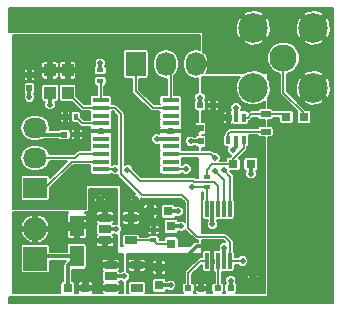
<source format=gtl>
G04 #@! TF.FileFunction,Copper,L1,Top,Signal*
%FSLAX46Y46*%
G04 Gerber Fmt 4.6, Leading zero omitted, Abs format (unit mm)*
G04 Created by KiCad (PCBNEW (after 2015-mar-04 BZR unknown)-product) date Sat 20 Jun 2015 01:48:00 AM EDT*
%MOMM*%
G01*
G04 APERTURE LIST*
%ADD10C,0.100000*%
%ADD11R,0.500000X0.600000*%
%ADD12R,0.800000X0.750000*%
%ADD13R,1.230000X1.800000*%
%ADD14R,0.750000X0.800000*%
%ADD15R,0.600000X0.500000*%
%ADD16R,0.797560X0.797560*%
%ADD17R,2.032000X2.032000*%
%ADD18O,2.032000X2.032000*%
%ADD19R,1.727200X2.032000*%
%ADD20O,1.727200X2.032000*%
%ADD21R,2.032000X1.727200*%
%ADD22O,2.032000X1.727200*%
%ADD23C,2.300000*%
%ADD24C,2.500000*%
%ADD25R,0.600000X0.400000*%
%ADD26R,0.400000X0.600000*%
%ADD27R,0.900000X0.500000*%
%ADD28C,0.508000*%
%ADD29R,1.000000X1.100000*%
%ADD30R,1.060000X0.650000*%
%ADD31R,1.450000X0.450000*%
%ADD32R,0.300000X1.400000*%
%ADD33R,0.398780X0.749300*%
%ADD34C,0.300000*%
%ADD35C,0.152400*%
G04 APERTURE END LIST*
D10*
D11*
X120000000Y-66950000D03*
X120000000Y-68050000D03*
D12*
X137250000Y-74500000D03*
X138750000Y-74500000D03*
X143250000Y-70500000D03*
X141750000Y-70500000D03*
D13*
X124000000Y-82310000D03*
X124000000Y-79690000D03*
D12*
X124750000Y-85000000D03*
X123250000Y-85000000D03*
D14*
X131000000Y-83250000D03*
X131000000Y-84750000D03*
D12*
X130250000Y-78500000D03*
X131750000Y-78500000D03*
D15*
X124050000Y-72000000D03*
X122950000Y-72000000D03*
D11*
X134500000Y-71450000D03*
X134500000Y-72550000D03*
D15*
X135950000Y-85000000D03*
X137050000Y-85000000D03*
X133450000Y-85000000D03*
X134550000Y-85000000D03*
X135550000Y-69500000D03*
X134450000Y-69500000D03*
D16*
X132000000Y-79750700D03*
X132000000Y-81249300D03*
D17*
X120500000Y-82500000D03*
D18*
X120500000Y-79960000D03*
D19*
X129000000Y-66000000D03*
D20*
X131540000Y-66000000D03*
X134080000Y-66000000D03*
D21*
X120500000Y-76500000D03*
D22*
X120500000Y-73960000D03*
X120500000Y-71420000D03*
D23*
X141500000Y-65500000D03*
D24*
X144040000Y-62960000D03*
X138960000Y-62960000D03*
X138960000Y-68040000D03*
X144040000Y-68040000D03*
D25*
X135000000Y-75550000D03*
X135000000Y-76450000D03*
X130500000Y-80950000D03*
X130500000Y-80050000D03*
D26*
X123050000Y-70500000D03*
X123950000Y-70500000D03*
D25*
X126000000Y-67450000D03*
X126000000Y-66550000D03*
D27*
X140000000Y-70250000D03*
X140000000Y-71750000D03*
D28*
X126000000Y-77500000D03*
X129000000Y-77500000D03*
X138950000Y-84000000D03*
X138050000Y-82700000D03*
X133750000Y-76450000D03*
D29*
X121750000Y-66550000D03*
X121750000Y-68450000D03*
X123250000Y-68450000D03*
X123250000Y-66550000D03*
D30*
X126400000Y-79050000D03*
X126400000Y-80000000D03*
X126400000Y-80950000D03*
X128600000Y-80950000D03*
X128600000Y-79050000D03*
X126900000Y-83050000D03*
X126900000Y-84000000D03*
X126900000Y-84950000D03*
X129100000Y-84950000D03*
X129100000Y-83050000D03*
D31*
X126050000Y-69075000D03*
X126050000Y-69725000D03*
X126050000Y-70375000D03*
X126050000Y-71025000D03*
X126050000Y-71675000D03*
X126050000Y-72325000D03*
X126050000Y-72975000D03*
X126050000Y-73625000D03*
X126050000Y-74275000D03*
X126050000Y-74925000D03*
X131950000Y-74925000D03*
X131950000Y-74275000D03*
X131950000Y-73625000D03*
X131950000Y-72975000D03*
X131950000Y-72325000D03*
X131950000Y-71675000D03*
X131950000Y-71025000D03*
X131950000Y-70375000D03*
X131950000Y-69725000D03*
X131950000Y-69075000D03*
D32*
X135000000Y-82700000D03*
X135500000Y-82700000D03*
X136000000Y-82700000D03*
X136500000Y-82700000D03*
X137000000Y-82700000D03*
X137000000Y-78300000D03*
X136500000Y-78300000D03*
X136000000Y-78300000D03*
X135500000Y-78300000D03*
X135000000Y-78300000D03*
D33*
X136849760Y-72449960D03*
X137500000Y-72449960D03*
X138150240Y-72449960D03*
X138150240Y-70550040D03*
X137500000Y-70550040D03*
X136849760Y-70550040D03*
D28*
X127250000Y-71700000D03*
X128250000Y-71700000D03*
X138750000Y-75300000D03*
X135500000Y-79600000D03*
X136500000Y-81600000D03*
X137050000Y-84350000D03*
X131950000Y-84750000D03*
X128000000Y-84000000D03*
X127350000Y-80000000D03*
X132850000Y-79750000D03*
X132600000Y-78500000D03*
X137500000Y-69750000D03*
X137250000Y-73300000D03*
X133650000Y-72550000D03*
X130800000Y-72350000D03*
X134450000Y-68850000D03*
X126000000Y-65950000D03*
X120000000Y-68800000D03*
X121750000Y-69450000D03*
X136300000Y-80100000D03*
X135900000Y-81150000D03*
X138850000Y-72900000D03*
X138700000Y-71200000D03*
X127250000Y-74950000D03*
X128300000Y-74950000D03*
X133250000Y-74900000D03*
X135750000Y-75050000D03*
X135700000Y-73950000D03*
X136450000Y-75000000D03*
D34*
X131950000Y-71675000D02*
X134275000Y-71675000D01*
X134275000Y-71675000D02*
X134500000Y-71450000D01*
X131950000Y-71675000D02*
X128275000Y-71675000D01*
X127225000Y-71675000D02*
X126050000Y-71675000D01*
X127250000Y-71700000D02*
X127225000Y-71675000D01*
X128275000Y-71675000D02*
X128250000Y-71700000D01*
X130500000Y-80050000D02*
X130250000Y-80050000D01*
X130250000Y-80050000D02*
X129600000Y-79400000D01*
X129600000Y-79400000D02*
X129600000Y-79050000D01*
X128600000Y-79050000D02*
X128600000Y-77900000D01*
X128600000Y-77900000D02*
X129000000Y-77500000D01*
X128600000Y-79050000D02*
X129600000Y-79050000D01*
X129600000Y-79050000D02*
X129700000Y-79050000D01*
X129700000Y-79050000D02*
X130250000Y-78500000D01*
X138750000Y-74500000D02*
X138750000Y-75300000D01*
X135500000Y-78300000D02*
X135500000Y-79600000D01*
X136500000Y-82700000D02*
X136500000Y-81600000D01*
X137050000Y-85000000D02*
X137050000Y-84350000D01*
X131000000Y-84750000D02*
X131950000Y-84750000D01*
X126900000Y-84000000D02*
X128000000Y-84000000D01*
X123250000Y-85000000D02*
X123250000Y-83060000D01*
X123250000Y-83060000D02*
X124000000Y-82310000D01*
X124000000Y-82310000D02*
X120690000Y-82310000D01*
X120690000Y-82310000D02*
X120500000Y-82500000D01*
X126400000Y-80000000D02*
X127350000Y-80000000D01*
X132000000Y-79750700D02*
X132849300Y-79750700D01*
X132849300Y-79750700D02*
X132850000Y-79750000D01*
X131750000Y-78500000D02*
X132600000Y-78500000D01*
X137500000Y-70550040D02*
X137500000Y-69750000D01*
X137500000Y-72449960D02*
X137500000Y-73050000D01*
X137500000Y-73050000D02*
X137250000Y-73300000D01*
X134500000Y-72550000D02*
X133650000Y-72550000D01*
X131950000Y-72325000D02*
X130825000Y-72325000D01*
X130825000Y-72325000D02*
X130800000Y-72350000D01*
X134450000Y-69500000D02*
X134450000Y-68850000D01*
X126000000Y-66550000D02*
X126000000Y-65950000D01*
X120000000Y-68050000D02*
X120000000Y-68800000D01*
X121750000Y-68450000D02*
X121750000Y-69450000D01*
X122950000Y-72000000D02*
X121080000Y-72000000D01*
X121080000Y-72000000D02*
X120500000Y-71420000D01*
D35*
X138150240Y-72449960D02*
X138150240Y-73149760D01*
X137250000Y-74050000D02*
X137250000Y-74500000D01*
X138150240Y-73149760D02*
X137250000Y-74050000D01*
X135000000Y-75550000D02*
X135000000Y-75000000D01*
X135500000Y-74500000D02*
X137250000Y-74500000D01*
X135000000Y-75000000D02*
X135500000Y-74500000D01*
X141500000Y-65500000D02*
X141500000Y-68450000D01*
X141500000Y-68450000D02*
X143250000Y-70200000D01*
X143250000Y-70200000D02*
X143250000Y-70500000D01*
D34*
X120500000Y-79960000D02*
X123730000Y-79960000D01*
X123730000Y-79960000D02*
X124640000Y-79050000D01*
X124640000Y-79050000D02*
X126400000Y-79050000D01*
X135150000Y-81450000D02*
X135600000Y-81450000D01*
X135600000Y-81450000D02*
X135900000Y-81150000D01*
X136849760Y-70550040D02*
X136849760Y-71149760D01*
X138550000Y-71350000D02*
X138700000Y-71200000D01*
X137050000Y-71350000D02*
X138550000Y-71350000D01*
X136849760Y-71149760D02*
X137050000Y-71350000D01*
X136849760Y-70550040D02*
X136849760Y-69999760D01*
X136350000Y-69500000D02*
X135550000Y-69500000D01*
X136849760Y-69999760D02*
X136350000Y-69500000D01*
X129100000Y-83050000D02*
X130800000Y-83050000D01*
X130800000Y-83050000D02*
X131000000Y-83250000D01*
X135500000Y-82700000D02*
X135500000Y-81550000D01*
X132350000Y-83250000D02*
X131000000Y-83250000D01*
X134150000Y-81450000D02*
X132350000Y-83250000D01*
X135400000Y-81450000D02*
X135150000Y-81450000D01*
X135150000Y-81450000D02*
X134150000Y-81450000D01*
X135500000Y-81550000D02*
X135400000Y-81450000D01*
X134550000Y-85000000D02*
X134550000Y-84700000D01*
X135500000Y-83750000D02*
X135500000Y-82700000D01*
X134550000Y-84700000D02*
X135500000Y-83750000D01*
D35*
X136000000Y-82700000D02*
X136000000Y-84950000D01*
X136000000Y-84950000D02*
X135950000Y-85000000D01*
X133450000Y-85000000D02*
X133450000Y-83700000D01*
X134450000Y-82700000D02*
X135000000Y-82700000D01*
X133450000Y-83700000D02*
X134450000Y-82700000D01*
X128600000Y-80950000D02*
X130500000Y-80950000D01*
X130500000Y-80950000D02*
X130799300Y-81249300D01*
X130799300Y-81249300D02*
X132000000Y-81249300D01*
X131950000Y-69725000D02*
X130425000Y-69725000D01*
X129000000Y-68300000D02*
X129000000Y-66000000D01*
X130425000Y-69725000D02*
X129000000Y-68300000D01*
X131950000Y-69075000D02*
X131950000Y-66410000D01*
X131950000Y-66410000D02*
X131540000Y-66000000D01*
X126050000Y-74275000D02*
X123575000Y-74275000D01*
X123575000Y-74275000D02*
X121350000Y-76500000D01*
X121350000Y-76500000D02*
X120500000Y-76500000D01*
X120500000Y-73960000D02*
X123890000Y-73960000D01*
X124225000Y-73625000D02*
X126050000Y-73625000D01*
X123890000Y-73960000D02*
X124225000Y-73625000D01*
X135000000Y-76450000D02*
X133750000Y-76450000D01*
X135000000Y-78300000D02*
X135000000Y-76450000D01*
X126050000Y-71025000D02*
X124475000Y-71025000D01*
X124475000Y-71025000D02*
X123950000Y-70500000D01*
X126050000Y-69075000D02*
X126050000Y-67500000D01*
X126050000Y-67500000D02*
X126000000Y-67450000D01*
X140000000Y-71750000D02*
X137000000Y-71750000D01*
X136849760Y-71900240D02*
X136849760Y-72449960D01*
X137000000Y-71750000D02*
X136849760Y-71900240D01*
X137000000Y-82700000D02*
X138050000Y-82700000D01*
X137000000Y-82700000D02*
X137000000Y-81100000D01*
X127225000Y-69725000D02*
X126050000Y-69725000D01*
X127750000Y-70250000D02*
X127225000Y-69725000D01*
X127750000Y-75350000D02*
X127750000Y-70250000D01*
X129500000Y-77100000D02*
X127750000Y-75350000D01*
X132950000Y-77100000D02*
X129500000Y-77100000D01*
X133450000Y-77600000D02*
X132950000Y-77100000D01*
X133450000Y-79900000D02*
X133450000Y-77600000D01*
X134200000Y-80650000D02*
X133450000Y-79900000D01*
X136550000Y-80650000D02*
X134200000Y-80650000D01*
X137000000Y-81100000D02*
X136550000Y-80650000D01*
X126050000Y-69725000D02*
X124525000Y-69725000D01*
X124525000Y-69725000D02*
X123250000Y-68450000D01*
X136000000Y-78300000D02*
X136000000Y-76350000D01*
X127225000Y-74925000D02*
X126050000Y-74925000D01*
X127250000Y-74950000D02*
X127225000Y-74925000D01*
X128400000Y-74950000D02*
X128300000Y-74950000D01*
X129350000Y-75900000D02*
X128400000Y-74950000D01*
X133850000Y-75900000D02*
X129350000Y-75900000D01*
X133950000Y-76000000D02*
X133850000Y-75900000D01*
X135650000Y-76000000D02*
X133950000Y-76000000D01*
X136000000Y-76350000D02*
X135650000Y-76000000D01*
X136500000Y-78300000D02*
X136500000Y-75800000D01*
X133225000Y-74925000D02*
X131950000Y-74925000D01*
X133250000Y-74900000D02*
X133225000Y-74925000D01*
X136500000Y-75800000D02*
X135750000Y-75050000D01*
X137000000Y-78300000D02*
X137000000Y-75550000D01*
X135375000Y-73625000D02*
X131950000Y-73625000D01*
X135700000Y-73950000D02*
X135375000Y-73625000D01*
X137000000Y-75550000D02*
X136450000Y-75000000D01*
X140000000Y-70250000D02*
X141500000Y-70250000D01*
X141500000Y-70250000D02*
X141750000Y-70500000D01*
X138150240Y-70550040D02*
X138499960Y-70550040D01*
X138800000Y-70250000D02*
X140000000Y-70250000D01*
X138499960Y-70550040D02*
X138800000Y-70250000D01*
G36*
X127923800Y-85423800D02*
X127604489Y-85423800D01*
X127623797Y-85404492D01*
X127658600Y-85320472D01*
X127658600Y-85229529D01*
X127658600Y-85169650D01*
X127601450Y-85112500D01*
X127077800Y-85112500D01*
X127077800Y-85147800D01*
X126722200Y-85147800D01*
X126722200Y-85112500D01*
X126198550Y-85112500D01*
X126141400Y-85169650D01*
X126141400Y-85229529D01*
X126141400Y-85320472D01*
X126176203Y-85404492D01*
X126195511Y-85423800D01*
X125377221Y-85423800D01*
X125378600Y-85420472D01*
X125378600Y-85329529D01*
X125378600Y-85234950D01*
X125378600Y-84765050D01*
X125378600Y-84670471D01*
X125378600Y-84579528D01*
X125343797Y-84495508D01*
X125279491Y-84431202D01*
X125195471Y-84396400D01*
X124984950Y-84396400D01*
X124927800Y-84453550D01*
X124927800Y-84822200D01*
X125321450Y-84822200D01*
X125378600Y-84765050D01*
X125378600Y-85234950D01*
X125321450Y-85177800D01*
X124927800Y-85177800D01*
X124927800Y-85197800D01*
X124572200Y-85197800D01*
X124572200Y-85177800D01*
X124572200Y-84822200D01*
X124572200Y-84453550D01*
X124515050Y-84396400D01*
X124304529Y-84396400D01*
X124220509Y-84431202D01*
X124156203Y-84495508D01*
X124121400Y-84579528D01*
X124121400Y-84670471D01*
X124121400Y-84765050D01*
X124178550Y-84822200D01*
X124572200Y-84822200D01*
X124572200Y-85177800D01*
X124178550Y-85177800D01*
X124121400Y-85234950D01*
X124121400Y-85329529D01*
X124121400Y-85420472D01*
X124122778Y-85423800D01*
X123873292Y-85423800D01*
X123883079Y-85375000D01*
X123883079Y-84625000D01*
X123866167Y-84537836D01*
X123815842Y-84461226D01*
X123739871Y-84409944D01*
X123650000Y-84391921D01*
X123628600Y-84391921D01*
X123628600Y-83443079D01*
X124615000Y-83443079D01*
X124702164Y-83426167D01*
X124778774Y-83375842D01*
X124830056Y-83299871D01*
X124848079Y-83210000D01*
X124848079Y-81410000D01*
X124843600Y-81386915D01*
X124843600Y-80635471D01*
X124843600Y-79924950D01*
X124786450Y-79867800D01*
X124177800Y-79867800D01*
X124177800Y-80761450D01*
X124234950Y-80818600D01*
X124569529Y-80818600D01*
X124660472Y-80818600D01*
X124744492Y-80783797D01*
X124808798Y-80719491D01*
X124843600Y-80635471D01*
X124843600Y-81386915D01*
X124831167Y-81322836D01*
X124780842Y-81246226D01*
X124704871Y-81194944D01*
X124615000Y-81176921D01*
X123822200Y-81176921D01*
X123822200Y-80761450D01*
X123822200Y-79867800D01*
X123213550Y-79867800D01*
X123156400Y-79924950D01*
X123156400Y-80635471D01*
X123191202Y-80719491D01*
X123255508Y-80783797D01*
X123339528Y-80818600D01*
X123430471Y-80818600D01*
X123765050Y-80818600D01*
X123822200Y-80761450D01*
X123822200Y-81176921D01*
X123385000Y-81176921D01*
X123297836Y-81193833D01*
X123221226Y-81244158D01*
X123169944Y-81320129D01*
X123151921Y-81410000D01*
X123151921Y-81931400D01*
X121749079Y-81931400D01*
X121749079Y-81484000D01*
X121732167Y-81396836D01*
X121688855Y-81330901D01*
X121688855Y-80328312D01*
X121688855Y-79591688D01*
X121601097Y-79379779D01*
X121295240Y-79002574D01*
X120868315Y-78771129D01*
X120677800Y-78785299D01*
X120677800Y-79782200D01*
X121674063Y-79782200D01*
X121688855Y-79591688D01*
X121688855Y-80328312D01*
X121674063Y-80137800D01*
X120677800Y-80137800D01*
X120677800Y-81134701D01*
X120868315Y-81148871D01*
X121295240Y-80917426D01*
X121601097Y-80540221D01*
X121688855Y-80328312D01*
X121688855Y-81330901D01*
X121681842Y-81320226D01*
X121605871Y-81268944D01*
X121516000Y-81250921D01*
X120322200Y-81250921D01*
X120322200Y-81134701D01*
X120322200Y-80137800D01*
X120322200Y-79782200D01*
X120322200Y-78785299D01*
X120131685Y-78771129D01*
X119704760Y-79002574D01*
X119398903Y-79379779D01*
X119311145Y-79591688D01*
X119325937Y-79782200D01*
X120322200Y-79782200D01*
X120322200Y-80137800D01*
X119325937Y-80137800D01*
X119311145Y-80328312D01*
X119398903Y-80540221D01*
X119704760Y-80917426D01*
X120131685Y-81148871D01*
X120322200Y-81134701D01*
X120322200Y-81250921D01*
X119484000Y-81250921D01*
X119396836Y-81267833D01*
X119320226Y-81318158D01*
X119268944Y-81394129D01*
X119250921Y-81484000D01*
X119250921Y-83516000D01*
X119267833Y-83603164D01*
X119318158Y-83679774D01*
X119394129Y-83731056D01*
X119484000Y-83749079D01*
X121516000Y-83749079D01*
X121603164Y-83732167D01*
X121679774Y-83681842D01*
X121731056Y-83605871D01*
X121749079Y-83516000D01*
X121749079Y-82688600D01*
X123085978Y-82688600D01*
X122982289Y-82792289D01*
X122900219Y-82915116D01*
X122871399Y-83060000D01*
X122871400Y-83060005D01*
X122871400Y-84391921D01*
X122850000Y-84391921D01*
X122762836Y-84408833D01*
X122686226Y-84459158D01*
X122634944Y-84535129D01*
X122616921Y-84625000D01*
X122616921Y-85375000D01*
X122626389Y-85423800D01*
X118576200Y-85423800D01*
X118576200Y-78576200D01*
X123303798Y-78576200D01*
X123255508Y-78596203D01*
X123191202Y-78660509D01*
X123156400Y-78744529D01*
X123156400Y-79455050D01*
X123213550Y-79512200D01*
X123822200Y-79512200D01*
X123822200Y-79492200D01*
X124177800Y-79492200D01*
X124177800Y-79512200D01*
X124786450Y-79512200D01*
X124843600Y-79455050D01*
X124843600Y-78744529D01*
X124808798Y-78660509D01*
X124744492Y-78596203D01*
X124696201Y-78576200D01*
X125076200Y-78576200D01*
X125076200Y-76576200D01*
X127423800Y-76576200D01*
X127423800Y-79517464D01*
X127254426Y-79517316D01*
X127132843Y-79567553D01*
X127104255Y-79524033D01*
X127123797Y-79504492D01*
X127158600Y-79420472D01*
X127158600Y-79329529D01*
X127158600Y-79269650D01*
X127158600Y-78830350D01*
X127158600Y-78770471D01*
X127158600Y-78679528D01*
X127123797Y-78595508D01*
X127059491Y-78531202D01*
X126975471Y-78496400D01*
X126634950Y-78496400D01*
X126577800Y-78553550D01*
X126577800Y-78887500D01*
X127101450Y-78887500D01*
X127158600Y-78830350D01*
X127158600Y-79269650D01*
X127101450Y-79212500D01*
X126577800Y-79212500D01*
X126577800Y-79247800D01*
X126491895Y-79247800D01*
X126491895Y-77487485D01*
X126459242Y-77323322D01*
X126383923Y-77295682D01*
X126204318Y-77475287D01*
X126204318Y-77116077D01*
X126176678Y-77040758D01*
X125987485Y-77008105D01*
X125823322Y-77040758D01*
X125795682Y-77116077D01*
X126000000Y-77320395D01*
X126204318Y-77116077D01*
X126204318Y-77475287D01*
X126179605Y-77500000D01*
X126383923Y-77704318D01*
X126459242Y-77676678D01*
X126491895Y-77487485D01*
X126491895Y-79247800D01*
X126222200Y-79247800D01*
X126222200Y-79212500D01*
X126222200Y-78887500D01*
X126222200Y-78553550D01*
X126204318Y-78535668D01*
X126204318Y-77883923D01*
X126000000Y-77679605D01*
X125820395Y-77859210D01*
X125820395Y-77500000D01*
X125616077Y-77295682D01*
X125540758Y-77323322D01*
X125508105Y-77512515D01*
X125540758Y-77676678D01*
X125616077Y-77704318D01*
X125820395Y-77500000D01*
X125820395Y-77859210D01*
X125795682Y-77883923D01*
X125823322Y-77959242D01*
X126012515Y-77991895D01*
X126176678Y-77959242D01*
X126204318Y-77883923D01*
X126204318Y-78535668D01*
X126165050Y-78496400D01*
X125824529Y-78496400D01*
X125740509Y-78531202D01*
X125676203Y-78595508D01*
X125641400Y-78679528D01*
X125641400Y-78770471D01*
X125641400Y-78830350D01*
X125698550Y-78887500D01*
X126222200Y-78887500D01*
X126222200Y-79212500D01*
X125698550Y-79212500D01*
X125641400Y-79269650D01*
X125641400Y-79329529D01*
X125641400Y-79420472D01*
X125676203Y-79504492D01*
X125696007Y-79524296D01*
X125654944Y-79585129D01*
X125636921Y-79675000D01*
X125636921Y-80325000D01*
X125653833Y-80412164D01*
X125695744Y-80475966D01*
X125676203Y-80495508D01*
X125641400Y-80579528D01*
X125641400Y-80670471D01*
X125641400Y-80730350D01*
X125698550Y-80787500D01*
X126222200Y-80787500D01*
X126222200Y-80752200D01*
X126577800Y-80752200D01*
X126577800Y-80787500D01*
X127101450Y-80787500D01*
X127158600Y-80730350D01*
X127158600Y-80670471D01*
X127158600Y-80579528D01*
X127123797Y-80495508D01*
X127103992Y-80475703D01*
X127133150Y-80432507D01*
X127253584Y-80482516D01*
X127423800Y-80482664D01*
X127423800Y-82076200D01*
X127923800Y-82076200D01*
X127923800Y-83517332D01*
X127904426Y-83517316D01*
X127726986Y-83590633D01*
X127696165Y-83621400D01*
X127652679Y-83621400D01*
X127646167Y-83587836D01*
X127604255Y-83524033D01*
X127623797Y-83504492D01*
X127658600Y-83420472D01*
X127658600Y-83329529D01*
X127658600Y-83269650D01*
X127658600Y-82830350D01*
X127658600Y-82770471D01*
X127658600Y-82679528D01*
X127623797Y-82595508D01*
X127559491Y-82531202D01*
X127475471Y-82496400D01*
X127158600Y-82496400D01*
X127158600Y-81320472D01*
X127158600Y-81229529D01*
X127158600Y-81169650D01*
X127101450Y-81112500D01*
X126577800Y-81112500D01*
X126577800Y-81446450D01*
X126634950Y-81503600D01*
X126975471Y-81503600D01*
X127059491Y-81468798D01*
X127123797Y-81404492D01*
X127158600Y-81320472D01*
X127158600Y-82496400D01*
X127134950Y-82496400D01*
X127077800Y-82553550D01*
X127077800Y-82887500D01*
X127601450Y-82887500D01*
X127658600Y-82830350D01*
X127658600Y-83269650D01*
X127601450Y-83212500D01*
X127077800Y-83212500D01*
X127077800Y-83247800D01*
X126722200Y-83247800D01*
X126722200Y-83212500D01*
X126722200Y-82887500D01*
X126722200Y-82553550D01*
X126665050Y-82496400D01*
X126324529Y-82496400D01*
X126240509Y-82531202D01*
X126222200Y-82549511D01*
X126222200Y-81446450D01*
X126222200Y-81112500D01*
X125698550Y-81112500D01*
X125641400Y-81169650D01*
X125641400Y-81229529D01*
X125641400Y-81320472D01*
X125676203Y-81404492D01*
X125740509Y-81468798D01*
X125824529Y-81503600D01*
X126165050Y-81503600D01*
X126222200Y-81446450D01*
X126222200Y-82549511D01*
X126176203Y-82595508D01*
X126141400Y-82679528D01*
X126141400Y-82770471D01*
X126141400Y-82830350D01*
X126198550Y-82887500D01*
X126722200Y-82887500D01*
X126722200Y-83212500D01*
X126198550Y-83212500D01*
X126141400Y-83269650D01*
X126141400Y-83329529D01*
X126141400Y-83420472D01*
X126176203Y-83504492D01*
X126196007Y-83524296D01*
X126154944Y-83585129D01*
X126136921Y-83675000D01*
X126136921Y-84325000D01*
X126153833Y-84412164D01*
X126195744Y-84475966D01*
X126176203Y-84495508D01*
X126141400Y-84579528D01*
X126141400Y-84670471D01*
X126141400Y-84730350D01*
X126198550Y-84787500D01*
X126722200Y-84787500D01*
X126722200Y-84752200D01*
X127077800Y-84752200D01*
X127077800Y-84787500D01*
X127601450Y-84787500D01*
X127658600Y-84730350D01*
X127658600Y-84670471D01*
X127658600Y-84579528D01*
X127623797Y-84495508D01*
X127603992Y-84475703D01*
X127645056Y-84414871D01*
X127652329Y-84378600D01*
X127696034Y-84378600D01*
X127726272Y-84408890D01*
X127903584Y-84482516D01*
X127923800Y-84482533D01*
X127923800Y-85423800D01*
X127923800Y-85423800D01*
G37*
X127923800Y-85423800D02*
X127604489Y-85423800D01*
X127623797Y-85404492D01*
X127658600Y-85320472D01*
X127658600Y-85229529D01*
X127658600Y-85169650D01*
X127601450Y-85112500D01*
X127077800Y-85112500D01*
X127077800Y-85147800D01*
X126722200Y-85147800D01*
X126722200Y-85112500D01*
X126198550Y-85112500D01*
X126141400Y-85169650D01*
X126141400Y-85229529D01*
X126141400Y-85320472D01*
X126176203Y-85404492D01*
X126195511Y-85423800D01*
X125377221Y-85423800D01*
X125378600Y-85420472D01*
X125378600Y-85329529D01*
X125378600Y-85234950D01*
X125378600Y-84765050D01*
X125378600Y-84670471D01*
X125378600Y-84579528D01*
X125343797Y-84495508D01*
X125279491Y-84431202D01*
X125195471Y-84396400D01*
X124984950Y-84396400D01*
X124927800Y-84453550D01*
X124927800Y-84822200D01*
X125321450Y-84822200D01*
X125378600Y-84765050D01*
X125378600Y-85234950D01*
X125321450Y-85177800D01*
X124927800Y-85177800D01*
X124927800Y-85197800D01*
X124572200Y-85197800D01*
X124572200Y-85177800D01*
X124572200Y-84822200D01*
X124572200Y-84453550D01*
X124515050Y-84396400D01*
X124304529Y-84396400D01*
X124220509Y-84431202D01*
X124156203Y-84495508D01*
X124121400Y-84579528D01*
X124121400Y-84670471D01*
X124121400Y-84765050D01*
X124178550Y-84822200D01*
X124572200Y-84822200D01*
X124572200Y-85177800D01*
X124178550Y-85177800D01*
X124121400Y-85234950D01*
X124121400Y-85329529D01*
X124121400Y-85420472D01*
X124122778Y-85423800D01*
X123873292Y-85423800D01*
X123883079Y-85375000D01*
X123883079Y-84625000D01*
X123866167Y-84537836D01*
X123815842Y-84461226D01*
X123739871Y-84409944D01*
X123650000Y-84391921D01*
X123628600Y-84391921D01*
X123628600Y-83443079D01*
X124615000Y-83443079D01*
X124702164Y-83426167D01*
X124778774Y-83375842D01*
X124830056Y-83299871D01*
X124848079Y-83210000D01*
X124848079Y-81410000D01*
X124843600Y-81386915D01*
X124843600Y-80635471D01*
X124843600Y-79924950D01*
X124786450Y-79867800D01*
X124177800Y-79867800D01*
X124177800Y-80761450D01*
X124234950Y-80818600D01*
X124569529Y-80818600D01*
X124660472Y-80818600D01*
X124744492Y-80783797D01*
X124808798Y-80719491D01*
X124843600Y-80635471D01*
X124843600Y-81386915D01*
X124831167Y-81322836D01*
X124780842Y-81246226D01*
X124704871Y-81194944D01*
X124615000Y-81176921D01*
X123822200Y-81176921D01*
X123822200Y-80761450D01*
X123822200Y-79867800D01*
X123213550Y-79867800D01*
X123156400Y-79924950D01*
X123156400Y-80635471D01*
X123191202Y-80719491D01*
X123255508Y-80783797D01*
X123339528Y-80818600D01*
X123430471Y-80818600D01*
X123765050Y-80818600D01*
X123822200Y-80761450D01*
X123822200Y-81176921D01*
X123385000Y-81176921D01*
X123297836Y-81193833D01*
X123221226Y-81244158D01*
X123169944Y-81320129D01*
X123151921Y-81410000D01*
X123151921Y-81931400D01*
X121749079Y-81931400D01*
X121749079Y-81484000D01*
X121732167Y-81396836D01*
X121688855Y-81330901D01*
X121688855Y-80328312D01*
X121688855Y-79591688D01*
X121601097Y-79379779D01*
X121295240Y-79002574D01*
X120868315Y-78771129D01*
X120677800Y-78785299D01*
X120677800Y-79782200D01*
X121674063Y-79782200D01*
X121688855Y-79591688D01*
X121688855Y-80328312D01*
X121674063Y-80137800D01*
X120677800Y-80137800D01*
X120677800Y-81134701D01*
X120868315Y-81148871D01*
X121295240Y-80917426D01*
X121601097Y-80540221D01*
X121688855Y-80328312D01*
X121688855Y-81330901D01*
X121681842Y-81320226D01*
X121605871Y-81268944D01*
X121516000Y-81250921D01*
X120322200Y-81250921D01*
X120322200Y-81134701D01*
X120322200Y-80137800D01*
X120322200Y-79782200D01*
X120322200Y-78785299D01*
X120131685Y-78771129D01*
X119704760Y-79002574D01*
X119398903Y-79379779D01*
X119311145Y-79591688D01*
X119325937Y-79782200D01*
X120322200Y-79782200D01*
X120322200Y-80137800D01*
X119325937Y-80137800D01*
X119311145Y-80328312D01*
X119398903Y-80540221D01*
X119704760Y-80917426D01*
X120131685Y-81148871D01*
X120322200Y-81134701D01*
X120322200Y-81250921D01*
X119484000Y-81250921D01*
X119396836Y-81267833D01*
X119320226Y-81318158D01*
X119268944Y-81394129D01*
X119250921Y-81484000D01*
X119250921Y-83516000D01*
X119267833Y-83603164D01*
X119318158Y-83679774D01*
X119394129Y-83731056D01*
X119484000Y-83749079D01*
X121516000Y-83749079D01*
X121603164Y-83732167D01*
X121679774Y-83681842D01*
X121731056Y-83605871D01*
X121749079Y-83516000D01*
X121749079Y-82688600D01*
X123085978Y-82688600D01*
X122982289Y-82792289D01*
X122900219Y-82915116D01*
X122871399Y-83060000D01*
X122871400Y-83060005D01*
X122871400Y-84391921D01*
X122850000Y-84391921D01*
X122762836Y-84408833D01*
X122686226Y-84459158D01*
X122634944Y-84535129D01*
X122616921Y-84625000D01*
X122616921Y-85375000D01*
X122626389Y-85423800D01*
X118576200Y-85423800D01*
X118576200Y-78576200D01*
X123303798Y-78576200D01*
X123255508Y-78596203D01*
X123191202Y-78660509D01*
X123156400Y-78744529D01*
X123156400Y-79455050D01*
X123213550Y-79512200D01*
X123822200Y-79512200D01*
X123822200Y-79492200D01*
X124177800Y-79492200D01*
X124177800Y-79512200D01*
X124786450Y-79512200D01*
X124843600Y-79455050D01*
X124843600Y-78744529D01*
X124808798Y-78660509D01*
X124744492Y-78596203D01*
X124696201Y-78576200D01*
X125076200Y-78576200D01*
X125076200Y-76576200D01*
X127423800Y-76576200D01*
X127423800Y-79517464D01*
X127254426Y-79517316D01*
X127132843Y-79567553D01*
X127104255Y-79524033D01*
X127123797Y-79504492D01*
X127158600Y-79420472D01*
X127158600Y-79329529D01*
X127158600Y-79269650D01*
X127158600Y-78830350D01*
X127158600Y-78770471D01*
X127158600Y-78679528D01*
X127123797Y-78595508D01*
X127059491Y-78531202D01*
X126975471Y-78496400D01*
X126634950Y-78496400D01*
X126577800Y-78553550D01*
X126577800Y-78887500D01*
X127101450Y-78887500D01*
X127158600Y-78830350D01*
X127158600Y-79269650D01*
X127101450Y-79212500D01*
X126577800Y-79212500D01*
X126577800Y-79247800D01*
X126491895Y-79247800D01*
X126491895Y-77487485D01*
X126459242Y-77323322D01*
X126383923Y-77295682D01*
X126204318Y-77475287D01*
X126204318Y-77116077D01*
X126176678Y-77040758D01*
X125987485Y-77008105D01*
X125823322Y-77040758D01*
X125795682Y-77116077D01*
X126000000Y-77320395D01*
X126204318Y-77116077D01*
X126204318Y-77475287D01*
X126179605Y-77500000D01*
X126383923Y-77704318D01*
X126459242Y-77676678D01*
X126491895Y-77487485D01*
X126491895Y-79247800D01*
X126222200Y-79247800D01*
X126222200Y-79212500D01*
X126222200Y-78887500D01*
X126222200Y-78553550D01*
X126204318Y-78535668D01*
X126204318Y-77883923D01*
X126000000Y-77679605D01*
X125820395Y-77859210D01*
X125820395Y-77500000D01*
X125616077Y-77295682D01*
X125540758Y-77323322D01*
X125508105Y-77512515D01*
X125540758Y-77676678D01*
X125616077Y-77704318D01*
X125820395Y-77500000D01*
X125820395Y-77859210D01*
X125795682Y-77883923D01*
X125823322Y-77959242D01*
X126012515Y-77991895D01*
X126176678Y-77959242D01*
X126204318Y-77883923D01*
X126204318Y-78535668D01*
X126165050Y-78496400D01*
X125824529Y-78496400D01*
X125740509Y-78531202D01*
X125676203Y-78595508D01*
X125641400Y-78679528D01*
X125641400Y-78770471D01*
X125641400Y-78830350D01*
X125698550Y-78887500D01*
X126222200Y-78887500D01*
X126222200Y-79212500D01*
X125698550Y-79212500D01*
X125641400Y-79269650D01*
X125641400Y-79329529D01*
X125641400Y-79420472D01*
X125676203Y-79504492D01*
X125696007Y-79524296D01*
X125654944Y-79585129D01*
X125636921Y-79675000D01*
X125636921Y-80325000D01*
X125653833Y-80412164D01*
X125695744Y-80475966D01*
X125676203Y-80495508D01*
X125641400Y-80579528D01*
X125641400Y-80670471D01*
X125641400Y-80730350D01*
X125698550Y-80787500D01*
X126222200Y-80787500D01*
X126222200Y-80752200D01*
X126577800Y-80752200D01*
X126577800Y-80787500D01*
X127101450Y-80787500D01*
X127158600Y-80730350D01*
X127158600Y-80670471D01*
X127158600Y-80579528D01*
X127123797Y-80495508D01*
X127103992Y-80475703D01*
X127133150Y-80432507D01*
X127253584Y-80482516D01*
X127423800Y-80482664D01*
X127423800Y-82076200D01*
X127923800Y-82076200D01*
X127923800Y-83517332D01*
X127904426Y-83517316D01*
X127726986Y-83590633D01*
X127696165Y-83621400D01*
X127652679Y-83621400D01*
X127646167Y-83587836D01*
X127604255Y-83524033D01*
X127623797Y-83504492D01*
X127658600Y-83420472D01*
X127658600Y-83329529D01*
X127658600Y-83269650D01*
X127658600Y-82830350D01*
X127658600Y-82770471D01*
X127658600Y-82679528D01*
X127623797Y-82595508D01*
X127559491Y-82531202D01*
X127475471Y-82496400D01*
X127158600Y-82496400D01*
X127158600Y-81320472D01*
X127158600Y-81229529D01*
X127158600Y-81169650D01*
X127101450Y-81112500D01*
X126577800Y-81112500D01*
X126577800Y-81446450D01*
X126634950Y-81503600D01*
X126975471Y-81503600D01*
X127059491Y-81468798D01*
X127123797Y-81404492D01*
X127158600Y-81320472D01*
X127158600Y-82496400D01*
X127134950Y-82496400D01*
X127077800Y-82553550D01*
X127077800Y-82887500D01*
X127601450Y-82887500D01*
X127658600Y-82830350D01*
X127658600Y-83269650D01*
X127601450Y-83212500D01*
X127077800Y-83212500D01*
X127077800Y-83247800D01*
X126722200Y-83247800D01*
X126722200Y-83212500D01*
X126722200Y-82887500D01*
X126722200Y-82553550D01*
X126665050Y-82496400D01*
X126324529Y-82496400D01*
X126240509Y-82531202D01*
X126222200Y-82549511D01*
X126222200Y-81446450D01*
X126222200Y-81112500D01*
X125698550Y-81112500D01*
X125641400Y-81169650D01*
X125641400Y-81229529D01*
X125641400Y-81320472D01*
X125676203Y-81404492D01*
X125740509Y-81468798D01*
X125824529Y-81503600D01*
X126165050Y-81503600D01*
X126222200Y-81446450D01*
X126222200Y-82549511D01*
X126176203Y-82595508D01*
X126141400Y-82679528D01*
X126141400Y-82770471D01*
X126141400Y-82830350D01*
X126198550Y-82887500D01*
X126722200Y-82887500D01*
X126722200Y-83212500D01*
X126198550Y-83212500D01*
X126141400Y-83269650D01*
X126141400Y-83329529D01*
X126141400Y-83420472D01*
X126176203Y-83504492D01*
X126196007Y-83524296D01*
X126154944Y-83585129D01*
X126136921Y-83675000D01*
X126136921Y-84325000D01*
X126153833Y-84412164D01*
X126195744Y-84475966D01*
X126176203Y-84495508D01*
X126141400Y-84579528D01*
X126141400Y-84670471D01*
X126141400Y-84730350D01*
X126198550Y-84787500D01*
X126722200Y-84787500D01*
X126722200Y-84752200D01*
X127077800Y-84752200D01*
X127077800Y-84787500D01*
X127601450Y-84787500D01*
X127658600Y-84730350D01*
X127658600Y-84670471D01*
X127658600Y-84579528D01*
X127623797Y-84495508D01*
X127603992Y-84475703D01*
X127645056Y-84414871D01*
X127652329Y-84378600D01*
X127696034Y-84378600D01*
X127726272Y-84408890D01*
X127903584Y-84482516D01*
X127923800Y-84482533D01*
X127923800Y-85423800D01*
G36*
X136586423Y-81117475D02*
X136404426Y-81117316D01*
X136226986Y-81190633D01*
X136091110Y-81326272D01*
X136017484Y-81503584D01*
X136017316Y-81695574D01*
X136046796Y-81766921D01*
X135850000Y-81766921D01*
X135762836Y-81783833D01*
X135748392Y-81793320D01*
X135695472Y-81771400D01*
X135632150Y-81771400D01*
X135575000Y-81828550D01*
X135575000Y-82522200D01*
X135616921Y-82522200D01*
X135616921Y-82877800D01*
X135575000Y-82877800D01*
X135575000Y-83571450D01*
X135632150Y-83628600D01*
X135695200Y-83628600D01*
X135695200Y-84516921D01*
X135650000Y-84516921D01*
X135562836Y-84533833D01*
X135486226Y-84584158D01*
X135434944Y-84660129D01*
X135416921Y-84750000D01*
X135416921Y-85250000D01*
X135433833Y-85337164D01*
X135484158Y-85413774D01*
X135499010Y-85423800D01*
X134999489Y-85423800D01*
X135043797Y-85379492D01*
X135078600Y-85295472D01*
X135078600Y-85204529D01*
X135078600Y-85182150D01*
X135078600Y-84817850D01*
X135078600Y-84795471D01*
X135078600Y-84704528D01*
X135043797Y-84620508D01*
X134979491Y-84556202D01*
X134895471Y-84521400D01*
X134757150Y-84521400D01*
X134700000Y-84578550D01*
X134700000Y-84875000D01*
X135021450Y-84875000D01*
X135078600Y-84817850D01*
X135078600Y-85182150D01*
X135021450Y-85125000D01*
X134700000Y-85125000D01*
X134700000Y-85197800D01*
X134400000Y-85197800D01*
X134400000Y-85125000D01*
X134400000Y-84875000D01*
X134400000Y-84578550D01*
X134342850Y-84521400D01*
X134204529Y-84521400D01*
X134120509Y-84556202D01*
X134056203Y-84620508D01*
X134021400Y-84704528D01*
X134021400Y-84795471D01*
X134021400Y-84817850D01*
X134078550Y-84875000D01*
X134400000Y-84875000D01*
X134400000Y-85125000D01*
X134078550Y-85125000D01*
X134021400Y-85182150D01*
X134021400Y-85204529D01*
X134021400Y-85295472D01*
X134056203Y-85379492D01*
X134100511Y-85423800D01*
X133901659Y-85423800D01*
X133913774Y-85415842D01*
X133965056Y-85339871D01*
X133983079Y-85250000D01*
X133983079Y-84750000D01*
X133966167Y-84662836D01*
X133915842Y-84586226D01*
X133839871Y-84534944D01*
X133754800Y-84517883D01*
X133754800Y-83826252D01*
X134576252Y-83004800D01*
X134616921Y-83004800D01*
X134616921Y-83400000D01*
X134633833Y-83487164D01*
X134684158Y-83563774D01*
X134760129Y-83615056D01*
X134850000Y-83633079D01*
X135150000Y-83633079D01*
X135237164Y-83616167D01*
X135251607Y-83606679D01*
X135304528Y-83628600D01*
X135367850Y-83628600D01*
X135425000Y-83571450D01*
X135425000Y-82877800D01*
X135383079Y-82877800D01*
X135383079Y-82522200D01*
X135425000Y-82522200D01*
X135425000Y-81828550D01*
X135367850Y-81771400D01*
X135304528Y-81771400D01*
X135252024Y-81793148D01*
X135239871Y-81784944D01*
X135150000Y-81766921D01*
X134850000Y-81766921D01*
X134762836Y-81783833D01*
X134686226Y-81834158D01*
X134634944Y-81910129D01*
X134616921Y-82000000D01*
X134616921Y-82395200D01*
X134450000Y-82395200D01*
X134333359Y-82418401D01*
X134234474Y-82484474D01*
X133234474Y-83484474D01*
X133168402Y-83583358D01*
X133145200Y-83700000D01*
X133145200Y-84517852D01*
X133062836Y-84533833D01*
X132986226Y-84584158D01*
X132934944Y-84660129D01*
X132916921Y-84750000D01*
X132916921Y-85250000D01*
X132933833Y-85337164D01*
X132984158Y-85413774D01*
X132999010Y-85423800D01*
X132432684Y-85423800D01*
X132432684Y-84654426D01*
X132359367Y-84476986D01*
X132223728Y-84341110D01*
X132046416Y-84267484D01*
X131854426Y-84267316D01*
X131676986Y-84340633D01*
X131646165Y-84371400D01*
X131608079Y-84371400D01*
X131608079Y-84350000D01*
X131603600Y-84326915D01*
X131603600Y-83695471D01*
X131603600Y-83484950D01*
X131603600Y-83015050D01*
X131603600Y-82804529D01*
X131568798Y-82720509D01*
X131504492Y-82656203D01*
X131420472Y-82621400D01*
X131329529Y-82621400D01*
X131234950Y-82621400D01*
X131177800Y-82678550D01*
X131177800Y-83072200D01*
X131546450Y-83072200D01*
X131603600Y-83015050D01*
X131603600Y-83484950D01*
X131546450Y-83427800D01*
X131177800Y-83427800D01*
X131177800Y-83821450D01*
X131234950Y-83878600D01*
X131329529Y-83878600D01*
X131420472Y-83878600D01*
X131504492Y-83843797D01*
X131568798Y-83779491D01*
X131603600Y-83695471D01*
X131603600Y-84326915D01*
X131591167Y-84262836D01*
X131540842Y-84186226D01*
X131464871Y-84134944D01*
X131375000Y-84116921D01*
X130822200Y-84116921D01*
X130822200Y-83821450D01*
X130822200Y-83427800D01*
X130822200Y-83072200D01*
X130822200Y-82678550D01*
X130765050Y-82621400D01*
X130670471Y-82621400D01*
X130579528Y-82621400D01*
X130495508Y-82656203D01*
X130431202Y-82720509D01*
X130396400Y-82804529D01*
X130396400Y-83015050D01*
X130453550Y-83072200D01*
X130822200Y-83072200D01*
X130822200Y-83427800D01*
X130453550Y-83427800D01*
X130396400Y-83484950D01*
X130396400Y-83695471D01*
X130431202Y-83779491D01*
X130495508Y-83843797D01*
X130579528Y-83878600D01*
X130670471Y-83878600D01*
X130765050Y-83878600D01*
X130822200Y-83821450D01*
X130822200Y-84116921D01*
X130625000Y-84116921D01*
X130537836Y-84133833D01*
X130461226Y-84184158D01*
X130409944Y-84260129D01*
X130391921Y-84350000D01*
X130391921Y-85150000D01*
X130408833Y-85237164D01*
X130459158Y-85313774D01*
X130535129Y-85365056D01*
X130625000Y-85383079D01*
X131375000Y-85383079D01*
X131462164Y-85366167D01*
X131538774Y-85315842D01*
X131590056Y-85239871D01*
X131608079Y-85150000D01*
X131608079Y-85128600D01*
X131646034Y-85128600D01*
X131676272Y-85158890D01*
X131853584Y-85232516D01*
X132045574Y-85232684D01*
X132223014Y-85159367D01*
X132358890Y-85023728D01*
X132432516Y-84846416D01*
X132432684Y-84654426D01*
X132432684Y-85423800D01*
X129805277Y-85423800D01*
X129845056Y-85364871D01*
X129863079Y-85275000D01*
X129863079Y-84625000D01*
X129858600Y-84601915D01*
X129858600Y-83420472D01*
X129858600Y-83329529D01*
X129858600Y-83269650D01*
X129858600Y-82830350D01*
X129858600Y-82770471D01*
X129858600Y-82679528D01*
X129823797Y-82595508D01*
X129759491Y-82531202D01*
X129675471Y-82496400D01*
X129334950Y-82496400D01*
X129277800Y-82553550D01*
X129277800Y-82887500D01*
X129801450Y-82887500D01*
X129858600Y-82830350D01*
X129858600Y-83269650D01*
X129801450Y-83212500D01*
X129277800Y-83212500D01*
X129277800Y-83546450D01*
X129334950Y-83603600D01*
X129675471Y-83603600D01*
X129759491Y-83568798D01*
X129823797Y-83504492D01*
X129858600Y-83420472D01*
X129858600Y-84601915D01*
X129846167Y-84537836D01*
X129795842Y-84461226D01*
X129719871Y-84409944D01*
X129630000Y-84391921D01*
X128922200Y-84391921D01*
X128922200Y-83546450D01*
X128922200Y-83212500D01*
X128922200Y-82887500D01*
X128922200Y-82553550D01*
X128865050Y-82496400D01*
X128524529Y-82496400D01*
X128440509Y-82531202D01*
X128376203Y-82595508D01*
X128341400Y-82679528D01*
X128341400Y-82770471D01*
X128341400Y-82830350D01*
X128398550Y-82887500D01*
X128922200Y-82887500D01*
X128922200Y-83212500D01*
X128398550Y-83212500D01*
X128341400Y-83269650D01*
X128341400Y-83329529D01*
X128341400Y-83420472D01*
X128376203Y-83504492D01*
X128440509Y-83568798D01*
X128524529Y-83603600D01*
X128865050Y-83603600D01*
X128922200Y-83546450D01*
X128922200Y-84391921D01*
X128570000Y-84391921D01*
X128482836Y-84408833D01*
X128406226Y-84459158D01*
X128354944Y-84535129D01*
X128336921Y-84625000D01*
X128336921Y-85275000D01*
X128353833Y-85362164D01*
X128394321Y-85423800D01*
X128228600Y-85423800D01*
X128228600Y-84427718D01*
X128273014Y-84409367D01*
X128408890Y-84273728D01*
X128482516Y-84096416D01*
X128482684Y-83904426D01*
X128409367Y-83726986D01*
X128273728Y-83591110D01*
X128228600Y-83572371D01*
X128228600Y-82076200D01*
X134576200Y-82076200D01*
X134576200Y-80954800D01*
X136423748Y-80954800D01*
X136586423Y-81117475D01*
X136586423Y-81117475D01*
G37*
X136586423Y-81117475D02*
X136404426Y-81117316D01*
X136226986Y-81190633D01*
X136091110Y-81326272D01*
X136017484Y-81503584D01*
X136017316Y-81695574D01*
X136046796Y-81766921D01*
X135850000Y-81766921D01*
X135762836Y-81783833D01*
X135748392Y-81793320D01*
X135695472Y-81771400D01*
X135632150Y-81771400D01*
X135575000Y-81828550D01*
X135575000Y-82522200D01*
X135616921Y-82522200D01*
X135616921Y-82877800D01*
X135575000Y-82877800D01*
X135575000Y-83571450D01*
X135632150Y-83628600D01*
X135695200Y-83628600D01*
X135695200Y-84516921D01*
X135650000Y-84516921D01*
X135562836Y-84533833D01*
X135486226Y-84584158D01*
X135434944Y-84660129D01*
X135416921Y-84750000D01*
X135416921Y-85250000D01*
X135433833Y-85337164D01*
X135484158Y-85413774D01*
X135499010Y-85423800D01*
X134999489Y-85423800D01*
X135043797Y-85379492D01*
X135078600Y-85295472D01*
X135078600Y-85204529D01*
X135078600Y-85182150D01*
X135078600Y-84817850D01*
X135078600Y-84795471D01*
X135078600Y-84704528D01*
X135043797Y-84620508D01*
X134979491Y-84556202D01*
X134895471Y-84521400D01*
X134757150Y-84521400D01*
X134700000Y-84578550D01*
X134700000Y-84875000D01*
X135021450Y-84875000D01*
X135078600Y-84817850D01*
X135078600Y-85182150D01*
X135021450Y-85125000D01*
X134700000Y-85125000D01*
X134700000Y-85197800D01*
X134400000Y-85197800D01*
X134400000Y-85125000D01*
X134400000Y-84875000D01*
X134400000Y-84578550D01*
X134342850Y-84521400D01*
X134204529Y-84521400D01*
X134120509Y-84556202D01*
X134056203Y-84620508D01*
X134021400Y-84704528D01*
X134021400Y-84795471D01*
X134021400Y-84817850D01*
X134078550Y-84875000D01*
X134400000Y-84875000D01*
X134400000Y-85125000D01*
X134078550Y-85125000D01*
X134021400Y-85182150D01*
X134021400Y-85204529D01*
X134021400Y-85295472D01*
X134056203Y-85379492D01*
X134100511Y-85423800D01*
X133901659Y-85423800D01*
X133913774Y-85415842D01*
X133965056Y-85339871D01*
X133983079Y-85250000D01*
X133983079Y-84750000D01*
X133966167Y-84662836D01*
X133915842Y-84586226D01*
X133839871Y-84534944D01*
X133754800Y-84517883D01*
X133754800Y-83826252D01*
X134576252Y-83004800D01*
X134616921Y-83004800D01*
X134616921Y-83400000D01*
X134633833Y-83487164D01*
X134684158Y-83563774D01*
X134760129Y-83615056D01*
X134850000Y-83633079D01*
X135150000Y-83633079D01*
X135237164Y-83616167D01*
X135251607Y-83606679D01*
X135304528Y-83628600D01*
X135367850Y-83628600D01*
X135425000Y-83571450D01*
X135425000Y-82877800D01*
X135383079Y-82877800D01*
X135383079Y-82522200D01*
X135425000Y-82522200D01*
X135425000Y-81828550D01*
X135367850Y-81771400D01*
X135304528Y-81771400D01*
X135252024Y-81793148D01*
X135239871Y-81784944D01*
X135150000Y-81766921D01*
X134850000Y-81766921D01*
X134762836Y-81783833D01*
X134686226Y-81834158D01*
X134634944Y-81910129D01*
X134616921Y-82000000D01*
X134616921Y-82395200D01*
X134450000Y-82395200D01*
X134333359Y-82418401D01*
X134234474Y-82484474D01*
X133234474Y-83484474D01*
X133168402Y-83583358D01*
X133145200Y-83700000D01*
X133145200Y-84517852D01*
X133062836Y-84533833D01*
X132986226Y-84584158D01*
X132934944Y-84660129D01*
X132916921Y-84750000D01*
X132916921Y-85250000D01*
X132933833Y-85337164D01*
X132984158Y-85413774D01*
X132999010Y-85423800D01*
X132432684Y-85423800D01*
X132432684Y-84654426D01*
X132359367Y-84476986D01*
X132223728Y-84341110D01*
X132046416Y-84267484D01*
X131854426Y-84267316D01*
X131676986Y-84340633D01*
X131646165Y-84371400D01*
X131608079Y-84371400D01*
X131608079Y-84350000D01*
X131603600Y-84326915D01*
X131603600Y-83695471D01*
X131603600Y-83484950D01*
X131603600Y-83015050D01*
X131603600Y-82804529D01*
X131568798Y-82720509D01*
X131504492Y-82656203D01*
X131420472Y-82621400D01*
X131329529Y-82621400D01*
X131234950Y-82621400D01*
X131177800Y-82678550D01*
X131177800Y-83072200D01*
X131546450Y-83072200D01*
X131603600Y-83015050D01*
X131603600Y-83484950D01*
X131546450Y-83427800D01*
X131177800Y-83427800D01*
X131177800Y-83821450D01*
X131234950Y-83878600D01*
X131329529Y-83878600D01*
X131420472Y-83878600D01*
X131504492Y-83843797D01*
X131568798Y-83779491D01*
X131603600Y-83695471D01*
X131603600Y-84326915D01*
X131591167Y-84262836D01*
X131540842Y-84186226D01*
X131464871Y-84134944D01*
X131375000Y-84116921D01*
X130822200Y-84116921D01*
X130822200Y-83821450D01*
X130822200Y-83427800D01*
X130822200Y-83072200D01*
X130822200Y-82678550D01*
X130765050Y-82621400D01*
X130670471Y-82621400D01*
X130579528Y-82621400D01*
X130495508Y-82656203D01*
X130431202Y-82720509D01*
X130396400Y-82804529D01*
X130396400Y-83015050D01*
X130453550Y-83072200D01*
X130822200Y-83072200D01*
X130822200Y-83427800D01*
X130453550Y-83427800D01*
X130396400Y-83484950D01*
X130396400Y-83695471D01*
X130431202Y-83779491D01*
X130495508Y-83843797D01*
X130579528Y-83878600D01*
X130670471Y-83878600D01*
X130765050Y-83878600D01*
X130822200Y-83821450D01*
X130822200Y-84116921D01*
X130625000Y-84116921D01*
X130537836Y-84133833D01*
X130461226Y-84184158D01*
X130409944Y-84260129D01*
X130391921Y-84350000D01*
X130391921Y-85150000D01*
X130408833Y-85237164D01*
X130459158Y-85313774D01*
X130535129Y-85365056D01*
X130625000Y-85383079D01*
X131375000Y-85383079D01*
X131462164Y-85366167D01*
X131538774Y-85315842D01*
X131590056Y-85239871D01*
X131608079Y-85150000D01*
X131608079Y-85128600D01*
X131646034Y-85128600D01*
X131676272Y-85158890D01*
X131853584Y-85232516D01*
X132045574Y-85232684D01*
X132223014Y-85159367D01*
X132358890Y-85023728D01*
X132432516Y-84846416D01*
X132432684Y-84654426D01*
X132432684Y-85423800D01*
X129805277Y-85423800D01*
X129845056Y-85364871D01*
X129863079Y-85275000D01*
X129863079Y-84625000D01*
X129858600Y-84601915D01*
X129858600Y-83420472D01*
X129858600Y-83329529D01*
X129858600Y-83269650D01*
X129858600Y-82830350D01*
X129858600Y-82770471D01*
X129858600Y-82679528D01*
X129823797Y-82595508D01*
X129759491Y-82531202D01*
X129675471Y-82496400D01*
X129334950Y-82496400D01*
X129277800Y-82553550D01*
X129277800Y-82887500D01*
X129801450Y-82887500D01*
X129858600Y-82830350D01*
X129858600Y-83269650D01*
X129801450Y-83212500D01*
X129277800Y-83212500D01*
X129277800Y-83546450D01*
X129334950Y-83603600D01*
X129675471Y-83603600D01*
X129759491Y-83568798D01*
X129823797Y-83504492D01*
X129858600Y-83420472D01*
X129858600Y-84601915D01*
X129846167Y-84537836D01*
X129795842Y-84461226D01*
X129719871Y-84409944D01*
X129630000Y-84391921D01*
X128922200Y-84391921D01*
X128922200Y-83546450D01*
X128922200Y-83212500D01*
X128922200Y-82887500D01*
X128922200Y-82553550D01*
X128865050Y-82496400D01*
X128524529Y-82496400D01*
X128440509Y-82531202D01*
X128376203Y-82595508D01*
X128341400Y-82679528D01*
X128341400Y-82770471D01*
X128341400Y-82830350D01*
X128398550Y-82887500D01*
X128922200Y-82887500D01*
X128922200Y-83212500D01*
X128398550Y-83212500D01*
X128341400Y-83269650D01*
X128341400Y-83329529D01*
X128341400Y-83420472D01*
X128376203Y-83504492D01*
X128440509Y-83568798D01*
X128524529Y-83603600D01*
X128865050Y-83603600D01*
X128922200Y-83546450D01*
X128922200Y-84391921D01*
X128570000Y-84391921D01*
X128482836Y-84408833D01*
X128406226Y-84459158D01*
X128354944Y-84535129D01*
X128336921Y-84625000D01*
X128336921Y-85275000D01*
X128353833Y-85362164D01*
X128394321Y-85423800D01*
X128228600Y-85423800D01*
X128228600Y-84427718D01*
X128273014Y-84409367D01*
X128408890Y-84273728D01*
X128482516Y-84096416D01*
X128482684Y-83904426D01*
X128409367Y-83726986D01*
X128273728Y-83591110D01*
X128228600Y-83572371D01*
X128228600Y-82076200D01*
X134576200Y-82076200D01*
X134576200Y-80954800D01*
X136423748Y-80954800D01*
X136586423Y-81117475D01*
G36*
X139923800Y-71266921D02*
X139550000Y-71266921D01*
X139462836Y-71283833D01*
X139386226Y-71334158D01*
X139334944Y-71410129D01*
X139327910Y-71445200D01*
X137000000Y-71445200D01*
X136883358Y-71468402D01*
X136784474Y-71534474D01*
X136750065Y-71568883D01*
X136750065Y-71096140D01*
X136750065Y-70727840D01*
X136750065Y-70372240D01*
X136750065Y-70003940D01*
X136692915Y-69946790D01*
X136604899Y-69946790D01*
X136520879Y-69981592D01*
X136456573Y-70045898D01*
X136421770Y-70129918D01*
X136421770Y-70220861D01*
X136421770Y-70315090D01*
X136478920Y-70372240D01*
X136750065Y-70372240D01*
X136750065Y-70727840D01*
X136478920Y-70727840D01*
X136421770Y-70784990D01*
X136421770Y-70879219D01*
X136421770Y-70970162D01*
X136456573Y-71054182D01*
X136520879Y-71118488D01*
X136604899Y-71153290D01*
X136692915Y-71153290D01*
X136750065Y-71096140D01*
X136750065Y-71568883D01*
X136634234Y-71684714D01*
X136568162Y-71783598D01*
X136551621Y-71866753D01*
X136486596Y-71909468D01*
X136435314Y-71985439D01*
X136417291Y-72075310D01*
X136417291Y-72824610D01*
X136434203Y-72911774D01*
X136484528Y-72988384D01*
X136560499Y-73039666D01*
X136650370Y-73057689D01*
X136828064Y-73057689D01*
X136767484Y-73203584D01*
X136767316Y-73395574D01*
X136840633Y-73573014D01*
X136976272Y-73708890D01*
X137106134Y-73762813D01*
X137034474Y-73834474D01*
X136996089Y-73891921D01*
X136850000Y-73891921D01*
X136762836Y-73908833D01*
X136686226Y-73959158D01*
X136634944Y-74035129D01*
X136616921Y-74125000D01*
X136616921Y-74195200D01*
X136120735Y-74195200D01*
X136182516Y-74046416D01*
X136182684Y-73854426D01*
X136109367Y-73676986D01*
X136078600Y-73646165D01*
X136078600Y-69795472D01*
X136078600Y-69704529D01*
X136078600Y-69682150D01*
X136078600Y-69317850D01*
X136078600Y-69295471D01*
X136078600Y-69204528D01*
X136043797Y-69120508D01*
X135979491Y-69056202D01*
X135895471Y-69021400D01*
X135757150Y-69021400D01*
X135700000Y-69078550D01*
X135700000Y-69375000D01*
X136021450Y-69375000D01*
X136078600Y-69317850D01*
X136078600Y-69682150D01*
X136021450Y-69625000D01*
X135700000Y-69625000D01*
X135700000Y-69921450D01*
X135757150Y-69978600D01*
X135895471Y-69978600D01*
X135979491Y-69943798D01*
X136043797Y-69879492D01*
X136078600Y-69795472D01*
X136078600Y-73646165D01*
X135973728Y-73541110D01*
X135796416Y-73467484D01*
X135648406Y-73467354D01*
X135590526Y-73409474D01*
X135491642Y-73343402D01*
X135400000Y-73325172D01*
X135400000Y-69921450D01*
X135400000Y-69625000D01*
X135400000Y-69375000D01*
X135400000Y-69078550D01*
X135342850Y-69021400D01*
X135204529Y-69021400D01*
X135120509Y-69056202D01*
X135056203Y-69120508D01*
X135021400Y-69204528D01*
X135021400Y-69295471D01*
X135021400Y-69317850D01*
X135078550Y-69375000D01*
X135400000Y-69375000D01*
X135400000Y-69625000D01*
X135078550Y-69625000D01*
X135021400Y-69682150D01*
X135021400Y-69704529D01*
X135021400Y-69795472D01*
X135056203Y-69879492D01*
X135120509Y-69943798D01*
X135204529Y-69978600D01*
X135342850Y-69978600D01*
X135400000Y-69921450D01*
X135400000Y-73325172D01*
X135375000Y-73320200D01*
X134576200Y-73320200D01*
X134576200Y-73083079D01*
X134750000Y-73083079D01*
X134837164Y-73066167D01*
X134913774Y-73015842D01*
X134965056Y-72939871D01*
X134983079Y-72850000D01*
X134983079Y-72250000D01*
X134966167Y-72162836D01*
X134915842Y-72086226D01*
X134839871Y-72034944D01*
X134750000Y-72016921D01*
X134576200Y-72016921D01*
X134576200Y-71983079D01*
X134750000Y-71983079D01*
X134837164Y-71966167D01*
X134913774Y-71915842D01*
X134965056Y-71839871D01*
X134983079Y-71750000D01*
X134983079Y-71150000D01*
X134966167Y-71062836D01*
X134915842Y-70986226D01*
X134839871Y-70934944D01*
X134750000Y-70916921D01*
X134576200Y-70916921D01*
X134576200Y-69983079D01*
X134750000Y-69983079D01*
X134837164Y-69966167D01*
X134913774Y-69915842D01*
X134965056Y-69839871D01*
X134983079Y-69750000D01*
X134983079Y-69250000D01*
X134966167Y-69162836D01*
X134915842Y-69086226D01*
X134883521Y-69064408D01*
X134932516Y-68946416D01*
X134932684Y-68754426D01*
X134859367Y-68576986D01*
X134723728Y-68441110D01*
X134576200Y-68379851D01*
X134576200Y-67133570D01*
X134662060Y-67076200D01*
X137832600Y-67076200D01*
X137707235Y-67201347D01*
X137481658Y-67744598D01*
X137481144Y-68332821D01*
X137705773Y-68876465D01*
X138121347Y-69292765D01*
X138664598Y-69518342D01*
X139252821Y-69518856D01*
X139796465Y-69294227D01*
X139923800Y-69167114D01*
X139923800Y-69766921D01*
X139550000Y-69766921D01*
X139462836Y-69783833D01*
X139386226Y-69834158D01*
X139334944Y-69910129D01*
X139327910Y-69945200D01*
X138800000Y-69945200D01*
X138683358Y-69968402D01*
X138584474Y-70034474D01*
X138551891Y-70067056D01*
X138515472Y-70011616D01*
X138439501Y-69960334D01*
X138349630Y-69942311D01*
X137950850Y-69942311D01*
X137941982Y-69944031D01*
X137982516Y-69846416D01*
X137982684Y-69654426D01*
X137909367Y-69476986D01*
X137773728Y-69341110D01*
X137596416Y-69267484D01*
X137404426Y-69267316D01*
X137226986Y-69340633D01*
X137091110Y-69476272D01*
X137017484Y-69653584D01*
X137017316Y-69845574D01*
X137059137Y-69946790D01*
X137006605Y-69946790D01*
X136949455Y-70003940D01*
X136949455Y-70372240D01*
X137047560Y-70372240D01*
X137047560Y-70727840D01*
X136949455Y-70727840D01*
X136949455Y-71096140D01*
X137006605Y-71153290D01*
X137094621Y-71153290D01*
X137178641Y-71118488D01*
X137178885Y-71118243D01*
X137210739Y-71139746D01*
X137300610Y-71157769D01*
X137699390Y-71157769D01*
X137786554Y-71140857D01*
X137825106Y-71115531D01*
X137860979Y-71139746D01*
X137950850Y-71157769D01*
X138349630Y-71157769D01*
X138436794Y-71140857D01*
X138513404Y-71090532D01*
X138564686Y-71014561D01*
X138582709Y-70924690D01*
X138582709Y-70838379D01*
X138616602Y-70831638D01*
X138715486Y-70765566D01*
X138926252Y-70554800D01*
X139327553Y-70554800D01*
X139333833Y-70587164D01*
X139384158Y-70663774D01*
X139460129Y-70715056D01*
X139550000Y-70733079D01*
X139923800Y-70733079D01*
X139923800Y-71266921D01*
X139923800Y-71266921D01*
G37*
X139923800Y-71266921D02*
X139550000Y-71266921D01*
X139462836Y-71283833D01*
X139386226Y-71334158D01*
X139334944Y-71410129D01*
X139327910Y-71445200D01*
X137000000Y-71445200D01*
X136883358Y-71468402D01*
X136784474Y-71534474D01*
X136750065Y-71568883D01*
X136750065Y-71096140D01*
X136750065Y-70727840D01*
X136750065Y-70372240D01*
X136750065Y-70003940D01*
X136692915Y-69946790D01*
X136604899Y-69946790D01*
X136520879Y-69981592D01*
X136456573Y-70045898D01*
X136421770Y-70129918D01*
X136421770Y-70220861D01*
X136421770Y-70315090D01*
X136478920Y-70372240D01*
X136750065Y-70372240D01*
X136750065Y-70727840D01*
X136478920Y-70727840D01*
X136421770Y-70784990D01*
X136421770Y-70879219D01*
X136421770Y-70970162D01*
X136456573Y-71054182D01*
X136520879Y-71118488D01*
X136604899Y-71153290D01*
X136692915Y-71153290D01*
X136750065Y-71096140D01*
X136750065Y-71568883D01*
X136634234Y-71684714D01*
X136568162Y-71783598D01*
X136551621Y-71866753D01*
X136486596Y-71909468D01*
X136435314Y-71985439D01*
X136417291Y-72075310D01*
X136417291Y-72824610D01*
X136434203Y-72911774D01*
X136484528Y-72988384D01*
X136560499Y-73039666D01*
X136650370Y-73057689D01*
X136828064Y-73057689D01*
X136767484Y-73203584D01*
X136767316Y-73395574D01*
X136840633Y-73573014D01*
X136976272Y-73708890D01*
X137106134Y-73762813D01*
X137034474Y-73834474D01*
X136996089Y-73891921D01*
X136850000Y-73891921D01*
X136762836Y-73908833D01*
X136686226Y-73959158D01*
X136634944Y-74035129D01*
X136616921Y-74125000D01*
X136616921Y-74195200D01*
X136120735Y-74195200D01*
X136182516Y-74046416D01*
X136182684Y-73854426D01*
X136109367Y-73676986D01*
X136078600Y-73646165D01*
X136078600Y-69795472D01*
X136078600Y-69704529D01*
X136078600Y-69682150D01*
X136078600Y-69317850D01*
X136078600Y-69295471D01*
X136078600Y-69204528D01*
X136043797Y-69120508D01*
X135979491Y-69056202D01*
X135895471Y-69021400D01*
X135757150Y-69021400D01*
X135700000Y-69078550D01*
X135700000Y-69375000D01*
X136021450Y-69375000D01*
X136078600Y-69317850D01*
X136078600Y-69682150D01*
X136021450Y-69625000D01*
X135700000Y-69625000D01*
X135700000Y-69921450D01*
X135757150Y-69978600D01*
X135895471Y-69978600D01*
X135979491Y-69943798D01*
X136043797Y-69879492D01*
X136078600Y-69795472D01*
X136078600Y-73646165D01*
X135973728Y-73541110D01*
X135796416Y-73467484D01*
X135648406Y-73467354D01*
X135590526Y-73409474D01*
X135491642Y-73343402D01*
X135400000Y-73325172D01*
X135400000Y-69921450D01*
X135400000Y-69625000D01*
X135400000Y-69375000D01*
X135400000Y-69078550D01*
X135342850Y-69021400D01*
X135204529Y-69021400D01*
X135120509Y-69056202D01*
X135056203Y-69120508D01*
X135021400Y-69204528D01*
X135021400Y-69295471D01*
X135021400Y-69317850D01*
X135078550Y-69375000D01*
X135400000Y-69375000D01*
X135400000Y-69625000D01*
X135078550Y-69625000D01*
X135021400Y-69682150D01*
X135021400Y-69704529D01*
X135021400Y-69795472D01*
X135056203Y-69879492D01*
X135120509Y-69943798D01*
X135204529Y-69978600D01*
X135342850Y-69978600D01*
X135400000Y-69921450D01*
X135400000Y-73325172D01*
X135375000Y-73320200D01*
X134576200Y-73320200D01*
X134576200Y-73083079D01*
X134750000Y-73083079D01*
X134837164Y-73066167D01*
X134913774Y-73015842D01*
X134965056Y-72939871D01*
X134983079Y-72850000D01*
X134983079Y-72250000D01*
X134966167Y-72162836D01*
X134915842Y-72086226D01*
X134839871Y-72034944D01*
X134750000Y-72016921D01*
X134576200Y-72016921D01*
X134576200Y-71983079D01*
X134750000Y-71983079D01*
X134837164Y-71966167D01*
X134913774Y-71915842D01*
X134965056Y-71839871D01*
X134983079Y-71750000D01*
X134983079Y-71150000D01*
X134966167Y-71062836D01*
X134915842Y-70986226D01*
X134839871Y-70934944D01*
X134750000Y-70916921D01*
X134576200Y-70916921D01*
X134576200Y-69983079D01*
X134750000Y-69983079D01*
X134837164Y-69966167D01*
X134913774Y-69915842D01*
X134965056Y-69839871D01*
X134983079Y-69750000D01*
X134983079Y-69250000D01*
X134966167Y-69162836D01*
X134915842Y-69086226D01*
X134883521Y-69064408D01*
X134932516Y-68946416D01*
X134932684Y-68754426D01*
X134859367Y-68576986D01*
X134723728Y-68441110D01*
X134576200Y-68379851D01*
X134576200Y-67133570D01*
X134662060Y-67076200D01*
X137832600Y-67076200D01*
X137707235Y-67201347D01*
X137481658Y-67744598D01*
X137481144Y-68332821D01*
X137705773Y-68876465D01*
X138121347Y-69292765D01*
X138664598Y-69518342D01*
X139252821Y-69518856D01*
X139796465Y-69294227D01*
X139923800Y-69167114D01*
X139923800Y-69766921D01*
X139550000Y-69766921D01*
X139462836Y-69783833D01*
X139386226Y-69834158D01*
X139334944Y-69910129D01*
X139327910Y-69945200D01*
X138800000Y-69945200D01*
X138683358Y-69968402D01*
X138584474Y-70034474D01*
X138551891Y-70067056D01*
X138515472Y-70011616D01*
X138439501Y-69960334D01*
X138349630Y-69942311D01*
X137950850Y-69942311D01*
X137941982Y-69944031D01*
X137982516Y-69846416D01*
X137982684Y-69654426D01*
X137909367Y-69476986D01*
X137773728Y-69341110D01*
X137596416Y-69267484D01*
X137404426Y-69267316D01*
X137226986Y-69340633D01*
X137091110Y-69476272D01*
X137017484Y-69653584D01*
X137017316Y-69845574D01*
X137059137Y-69946790D01*
X137006605Y-69946790D01*
X136949455Y-70003940D01*
X136949455Y-70372240D01*
X137047560Y-70372240D01*
X137047560Y-70727840D01*
X136949455Y-70727840D01*
X136949455Y-71096140D01*
X137006605Y-71153290D01*
X137094621Y-71153290D01*
X137178641Y-71118488D01*
X137178885Y-71118243D01*
X137210739Y-71139746D01*
X137300610Y-71157769D01*
X137699390Y-71157769D01*
X137786554Y-71140857D01*
X137825106Y-71115531D01*
X137860979Y-71139746D01*
X137950850Y-71157769D01*
X138349630Y-71157769D01*
X138436794Y-71140857D01*
X138513404Y-71090532D01*
X138564686Y-71014561D01*
X138582709Y-70924690D01*
X138582709Y-70838379D01*
X138616602Y-70831638D01*
X138715486Y-70765566D01*
X138926252Y-70554800D01*
X139327553Y-70554800D01*
X139333833Y-70587164D01*
X139384158Y-70663774D01*
X139460129Y-70715056D01*
X139550000Y-70733079D01*
X139923800Y-70733079D01*
X139923800Y-71266921D01*
G36*
X139923800Y-85423800D02*
X139441895Y-85423800D01*
X139441895Y-83987485D01*
X139409242Y-83823322D01*
X139383079Y-83813720D01*
X139383079Y-74875000D01*
X139383079Y-74125000D01*
X139366167Y-74037836D01*
X139315842Y-73961226D01*
X139239871Y-73909944D01*
X139150000Y-73891921D01*
X138350000Y-73891921D01*
X138262836Y-73908833D01*
X138186226Y-73959158D01*
X138134944Y-74035129D01*
X138116921Y-74125000D01*
X138116921Y-74875000D01*
X138133833Y-74962164D01*
X138184158Y-75038774D01*
X138260129Y-75090056D01*
X138310435Y-75100144D01*
X138267484Y-75203584D01*
X138267316Y-75395574D01*
X138340633Y-75573014D01*
X138476272Y-75708890D01*
X138653584Y-75782516D01*
X138845574Y-75782684D01*
X139023014Y-75709367D01*
X139158890Y-75573728D01*
X139232516Y-75396416D01*
X139232684Y-75204426D01*
X139189691Y-75100377D01*
X139237164Y-75091167D01*
X139313774Y-75040842D01*
X139365056Y-74964871D01*
X139383079Y-74875000D01*
X139383079Y-83813720D01*
X139333923Y-83795682D01*
X139154318Y-83975287D01*
X139154318Y-83616077D01*
X139126678Y-83540758D01*
X138937485Y-83508105D01*
X138773322Y-83540758D01*
X138745682Y-83616077D01*
X138950000Y-83820395D01*
X139154318Y-83616077D01*
X139154318Y-83975287D01*
X139129605Y-84000000D01*
X139333923Y-84204318D01*
X139409242Y-84176678D01*
X139441895Y-83987485D01*
X139441895Y-85423800D01*
X139154318Y-85423800D01*
X139154318Y-84383923D01*
X138950000Y-84179605D01*
X138770395Y-84359210D01*
X138770395Y-84000000D01*
X138566077Y-83795682D01*
X138490758Y-83823322D01*
X138458105Y-84012515D01*
X138490758Y-84176678D01*
X138566077Y-84204318D01*
X138770395Y-84000000D01*
X138770395Y-84359210D01*
X138745682Y-84383923D01*
X138773322Y-84459242D01*
X138962515Y-84491895D01*
X139126678Y-84459242D01*
X139154318Y-84383923D01*
X139154318Y-85423800D01*
X137501659Y-85423800D01*
X137513774Y-85415842D01*
X137565056Y-85339871D01*
X137583079Y-85250000D01*
X137583079Y-84750000D01*
X137566167Y-84662836D01*
X137515842Y-84586226D01*
X137483521Y-84564408D01*
X137532516Y-84446416D01*
X137532684Y-84254426D01*
X137459367Y-84076986D01*
X137323728Y-83941110D01*
X137146416Y-83867484D01*
X136954426Y-83867316D01*
X136776986Y-83940633D01*
X136641110Y-84076272D01*
X136567484Y-84253584D01*
X136567316Y-84445574D01*
X136616390Y-84564342D01*
X136586226Y-84584158D01*
X136534944Y-84660129D01*
X136516921Y-84750000D01*
X136516921Y-85250000D01*
X136533833Y-85337164D01*
X136584158Y-85413774D01*
X136599010Y-85423800D01*
X136401659Y-85423800D01*
X136413774Y-85415842D01*
X136465056Y-85339871D01*
X136483079Y-85250000D01*
X136483079Y-84750000D01*
X136466167Y-84662836D01*
X136415842Y-84586226D01*
X136339871Y-84534944D01*
X136304800Y-84527910D01*
X136304800Y-83624014D01*
X136350000Y-83633079D01*
X136650000Y-83633079D01*
X136737164Y-83616167D01*
X136749636Y-83607973D01*
X136760129Y-83615056D01*
X136850000Y-83633079D01*
X137150000Y-83633079D01*
X137237164Y-83616167D01*
X137313774Y-83565842D01*
X137365056Y-83489871D01*
X137383079Y-83400000D01*
X137383079Y-83004800D01*
X137672363Y-83004800D01*
X137776272Y-83108890D01*
X137953584Y-83182516D01*
X138145574Y-83182684D01*
X138323014Y-83109367D01*
X138458890Y-82973728D01*
X138532516Y-82796416D01*
X138532684Y-82604426D01*
X138459367Y-82426986D01*
X138323728Y-82291110D01*
X138146416Y-82217484D01*
X137954426Y-82217316D01*
X137776986Y-82290633D01*
X137672236Y-82395200D01*
X137383079Y-82395200D01*
X137383079Y-82000000D01*
X137366167Y-81912836D01*
X137315842Y-81836226D01*
X137304800Y-81828772D01*
X137304800Y-81100000D01*
X137281598Y-80983358D01*
X137215526Y-80884474D01*
X136765526Y-80434474D01*
X136666642Y-80368402D01*
X136550000Y-80345200D01*
X134576200Y-80345200D01*
X134576200Y-76842153D01*
X134610129Y-76865056D01*
X134695200Y-76882116D01*
X134695200Y-77428262D01*
X134686226Y-77434158D01*
X134634944Y-77510129D01*
X134616921Y-77600000D01*
X134616921Y-79000000D01*
X134633833Y-79087164D01*
X134684158Y-79163774D01*
X134760129Y-79215056D01*
X134850000Y-79233079D01*
X135121400Y-79233079D01*
X135121400Y-79296034D01*
X135091110Y-79326272D01*
X135017484Y-79503584D01*
X135017316Y-79695574D01*
X135090633Y-79873014D01*
X135226272Y-80008890D01*
X135403584Y-80082516D01*
X135595574Y-80082684D01*
X135773014Y-80009367D01*
X135908890Y-79873728D01*
X135982516Y-79696416D01*
X135982684Y-79504426D01*
X135909367Y-79326986D01*
X135878600Y-79296165D01*
X135878600Y-79233079D01*
X136150000Y-79233079D01*
X136237164Y-79216167D01*
X136249636Y-79207973D01*
X136260129Y-79215056D01*
X136350000Y-79233079D01*
X136650000Y-79233079D01*
X136737164Y-79216167D01*
X136749636Y-79207973D01*
X136760129Y-79215056D01*
X136850000Y-79233079D01*
X137150000Y-79233079D01*
X137237164Y-79216167D01*
X137313774Y-79165842D01*
X137365056Y-79089871D01*
X137383079Y-79000000D01*
X137383079Y-77600000D01*
X137366167Y-77512836D01*
X137315842Y-77436226D01*
X137304800Y-77428772D01*
X137304800Y-75550000D01*
X137281598Y-75433358D01*
X137215526Y-75334474D01*
X136989131Y-75108079D01*
X137650000Y-75108079D01*
X137737164Y-75091167D01*
X137813774Y-75040842D01*
X137865056Y-74964871D01*
X137883079Y-74875000D01*
X137883079Y-74125000D01*
X137866167Y-74037836D01*
X137815842Y-73961226D01*
X137788370Y-73942681D01*
X138365766Y-73365286D01*
X138431838Y-73266402D01*
X138431838Y-73266401D01*
X138455040Y-73149760D01*
X138455040Y-73028791D01*
X138513404Y-72990452D01*
X138564686Y-72914481D01*
X138582709Y-72824610D01*
X138582709Y-72075310D01*
X138578729Y-72054800D01*
X139327553Y-72054800D01*
X139333833Y-72087164D01*
X139384158Y-72163774D01*
X139460129Y-72215056D01*
X139550000Y-72233079D01*
X139923800Y-72233079D01*
X139923800Y-85423800D01*
X139923800Y-85423800D01*
G37*
X139923800Y-85423800D02*
X139441895Y-85423800D01*
X139441895Y-83987485D01*
X139409242Y-83823322D01*
X139383079Y-83813720D01*
X139383079Y-74875000D01*
X139383079Y-74125000D01*
X139366167Y-74037836D01*
X139315842Y-73961226D01*
X139239871Y-73909944D01*
X139150000Y-73891921D01*
X138350000Y-73891921D01*
X138262836Y-73908833D01*
X138186226Y-73959158D01*
X138134944Y-74035129D01*
X138116921Y-74125000D01*
X138116921Y-74875000D01*
X138133833Y-74962164D01*
X138184158Y-75038774D01*
X138260129Y-75090056D01*
X138310435Y-75100144D01*
X138267484Y-75203584D01*
X138267316Y-75395574D01*
X138340633Y-75573014D01*
X138476272Y-75708890D01*
X138653584Y-75782516D01*
X138845574Y-75782684D01*
X139023014Y-75709367D01*
X139158890Y-75573728D01*
X139232516Y-75396416D01*
X139232684Y-75204426D01*
X139189691Y-75100377D01*
X139237164Y-75091167D01*
X139313774Y-75040842D01*
X139365056Y-74964871D01*
X139383079Y-74875000D01*
X139383079Y-83813720D01*
X139333923Y-83795682D01*
X139154318Y-83975287D01*
X139154318Y-83616077D01*
X139126678Y-83540758D01*
X138937485Y-83508105D01*
X138773322Y-83540758D01*
X138745682Y-83616077D01*
X138950000Y-83820395D01*
X139154318Y-83616077D01*
X139154318Y-83975287D01*
X139129605Y-84000000D01*
X139333923Y-84204318D01*
X139409242Y-84176678D01*
X139441895Y-83987485D01*
X139441895Y-85423800D01*
X139154318Y-85423800D01*
X139154318Y-84383923D01*
X138950000Y-84179605D01*
X138770395Y-84359210D01*
X138770395Y-84000000D01*
X138566077Y-83795682D01*
X138490758Y-83823322D01*
X138458105Y-84012515D01*
X138490758Y-84176678D01*
X138566077Y-84204318D01*
X138770395Y-84000000D01*
X138770395Y-84359210D01*
X138745682Y-84383923D01*
X138773322Y-84459242D01*
X138962515Y-84491895D01*
X139126678Y-84459242D01*
X139154318Y-84383923D01*
X139154318Y-85423800D01*
X137501659Y-85423800D01*
X137513774Y-85415842D01*
X137565056Y-85339871D01*
X137583079Y-85250000D01*
X137583079Y-84750000D01*
X137566167Y-84662836D01*
X137515842Y-84586226D01*
X137483521Y-84564408D01*
X137532516Y-84446416D01*
X137532684Y-84254426D01*
X137459367Y-84076986D01*
X137323728Y-83941110D01*
X137146416Y-83867484D01*
X136954426Y-83867316D01*
X136776986Y-83940633D01*
X136641110Y-84076272D01*
X136567484Y-84253584D01*
X136567316Y-84445574D01*
X136616390Y-84564342D01*
X136586226Y-84584158D01*
X136534944Y-84660129D01*
X136516921Y-84750000D01*
X136516921Y-85250000D01*
X136533833Y-85337164D01*
X136584158Y-85413774D01*
X136599010Y-85423800D01*
X136401659Y-85423800D01*
X136413774Y-85415842D01*
X136465056Y-85339871D01*
X136483079Y-85250000D01*
X136483079Y-84750000D01*
X136466167Y-84662836D01*
X136415842Y-84586226D01*
X136339871Y-84534944D01*
X136304800Y-84527910D01*
X136304800Y-83624014D01*
X136350000Y-83633079D01*
X136650000Y-83633079D01*
X136737164Y-83616167D01*
X136749636Y-83607973D01*
X136760129Y-83615056D01*
X136850000Y-83633079D01*
X137150000Y-83633079D01*
X137237164Y-83616167D01*
X137313774Y-83565842D01*
X137365056Y-83489871D01*
X137383079Y-83400000D01*
X137383079Y-83004800D01*
X137672363Y-83004800D01*
X137776272Y-83108890D01*
X137953584Y-83182516D01*
X138145574Y-83182684D01*
X138323014Y-83109367D01*
X138458890Y-82973728D01*
X138532516Y-82796416D01*
X138532684Y-82604426D01*
X138459367Y-82426986D01*
X138323728Y-82291110D01*
X138146416Y-82217484D01*
X137954426Y-82217316D01*
X137776986Y-82290633D01*
X137672236Y-82395200D01*
X137383079Y-82395200D01*
X137383079Y-82000000D01*
X137366167Y-81912836D01*
X137315842Y-81836226D01*
X137304800Y-81828772D01*
X137304800Y-81100000D01*
X137281598Y-80983358D01*
X137215526Y-80884474D01*
X136765526Y-80434474D01*
X136666642Y-80368402D01*
X136550000Y-80345200D01*
X134576200Y-80345200D01*
X134576200Y-76842153D01*
X134610129Y-76865056D01*
X134695200Y-76882116D01*
X134695200Y-77428262D01*
X134686226Y-77434158D01*
X134634944Y-77510129D01*
X134616921Y-77600000D01*
X134616921Y-79000000D01*
X134633833Y-79087164D01*
X134684158Y-79163774D01*
X134760129Y-79215056D01*
X134850000Y-79233079D01*
X135121400Y-79233079D01*
X135121400Y-79296034D01*
X135091110Y-79326272D01*
X135017484Y-79503584D01*
X135017316Y-79695574D01*
X135090633Y-79873014D01*
X135226272Y-80008890D01*
X135403584Y-80082516D01*
X135595574Y-80082684D01*
X135773014Y-80009367D01*
X135908890Y-79873728D01*
X135982516Y-79696416D01*
X135982684Y-79504426D01*
X135909367Y-79326986D01*
X135878600Y-79296165D01*
X135878600Y-79233079D01*
X136150000Y-79233079D01*
X136237164Y-79216167D01*
X136249636Y-79207973D01*
X136260129Y-79215056D01*
X136350000Y-79233079D01*
X136650000Y-79233079D01*
X136737164Y-79216167D01*
X136749636Y-79207973D01*
X136760129Y-79215056D01*
X136850000Y-79233079D01*
X137150000Y-79233079D01*
X137237164Y-79216167D01*
X137313774Y-79165842D01*
X137365056Y-79089871D01*
X137383079Y-79000000D01*
X137383079Y-77600000D01*
X137366167Y-77512836D01*
X137315842Y-77436226D01*
X137304800Y-77428772D01*
X137304800Y-75550000D01*
X137281598Y-75433358D01*
X137215526Y-75334474D01*
X136989131Y-75108079D01*
X137650000Y-75108079D01*
X137737164Y-75091167D01*
X137813774Y-75040842D01*
X137865056Y-74964871D01*
X137883079Y-74875000D01*
X137883079Y-74125000D01*
X137866167Y-74037836D01*
X137815842Y-73961226D01*
X137788370Y-73942681D01*
X138365766Y-73365286D01*
X138431838Y-73266402D01*
X138431838Y-73266401D01*
X138455040Y-73149760D01*
X138455040Y-73028791D01*
X138513404Y-72990452D01*
X138564686Y-72914481D01*
X138582709Y-72824610D01*
X138582709Y-72075310D01*
X138578729Y-72054800D01*
X139327553Y-72054800D01*
X139333833Y-72087164D01*
X139384158Y-72163774D01*
X139460129Y-72215056D01*
X139550000Y-72233079D01*
X139923800Y-72233079D01*
X139923800Y-85423800D01*
G36*
X134423800Y-64799403D02*
X134080000Y-64731017D01*
X133662033Y-64814156D01*
X133307698Y-65050915D01*
X133070939Y-65405250D01*
X132987800Y-65823217D01*
X132987800Y-66176783D01*
X133070939Y-66594750D01*
X133307698Y-66949085D01*
X133662033Y-67185844D01*
X134080000Y-67268983D01*
X134271400Y-67230911D01*
X134271400Y-68401621D01*
X134176986Y-68440633D01*
X134041110Y-68576272D01*
X133967484Y-68753584D01*
X133967316Y-68945574D01*
X134016390Y-69064342D01*
X133986226Y-69084158D01*
X133934944Y-69160129D01*
X133916921Y-69250000D01*
X133916921Y-69750000D01*
X133933833Y-69837164D01*
X133984158Y-69913774D01*
X134060129Y-69965056D01*
X134150000Y-69983079D01*
X134271400Y-69983079D01*
X134271400Y-70921400D01*
X134204528Y-70921400D01*
X134120508Y-70956203D01*
X134056202Y-71020509D01*
X134021400Y-71104529D01*
X134021400Y-71242850D01*
X134078550Y-71300000D01*
X134271400Y-71300000D01*
X134271400Y-71600000D01*
X134078550Y-71600000D01*
X134021400Y-71657150D01*
X134021400Y-71795471D01*
X134056202Y-71879491D01*
X134120508Y-71943797D01*
X134204528Y-71978600D01*
X134271400Y-71978600D01*
X134271400Y-72016921D01*
X134250000Y-72016921D01*
X134162836Y-72033833D01*
X134086226Y-72084158D01*
X134034944Y-72160129D01*
X134032683Y-72171400D01*
X133953965Y-72171400D01*
X133923728Y-72141110D01*
X133746416Y-72067484D01*
X133554426Y-72067316D01*
X133376986Y-72140633D01*
X133241110Y-72276272D01*
X133167484Y-72453584D01*
X133167316Y-72645574D01*
X133240633Y-72823014D01*
X133376272Y-72958890D01*
X133553584Y-73032516D01*
X133745574Y-73032684D01*
X133923014Y-72959367D01*
X133953834Y-72928600D01*
X134032171Y-72928600D01*
X134033833Y-72937164D01*
X134084158Y-73013774D01*
X134160129Y-73065056D01*
X134250000Y-73083079D01*
X134271400Y-73083079D01*
X134271400Y-73320200D01*
X132892595Y-73320200D01*
X132891167Y-73312836D01*
X132882973Y-73300363D01*
X132890056Y-73289871D01*
X132908079Y-73200000D01*
X132908079Y-72750000D01*
X132891167Y-72662836D01*
X132882973Y-72650363D01*
X132890056Y-72639871D01*
X132908079Y-72550000D01*
X132908079Y-72100000D01*
X132908079Y-71250000D01*
X132908079Y-70800000D01*
X132891167Y-70712836D01*
X132882973Y-70700363D01*
X132890056Y-70689871D01*
X132908079Y-70600000D01*
X132908079Y-70150000D01*
X132891167Y-70062836D01*
X132882973Y-70050363D01*
X132890056Y-70039871D01*
X132908079Y-69950000D01*
X132908079Y-69500000D01*
X132891167Y-69412836D01*
X132882973Y-69400363D01*
X132890056Y-69389871D01*
X132908079Y-69300000D01*
X132908079Y-68850000D01*
X132891167Y-68762836D01*
X132840842Y-68686226D01*
X132764871Y-68634944D01*
X132675000Y-68616921D01*
X132254800Y-68616921D01*
X132254800Y-66987506D01*
X132312302Y-66949085D01*
X132549061Y-66594750D01*
X132632200Y-66176783D01*
X132632200Y-65823217D01*
X132549061Y-65405250D01*
X132312302Y-65050915D01*
X131957967Y-64814156D01*
X131540000Y-64731017D01*
X131122033Y-64814156D01*
X130767698Y-65050915D01*
X130530939Y-65405250D01*
X130447800Y-65823217D01*
X130447800Y-66176783D01*
X130530939Y-66594750D01*
X130767698Y-66949085D01*
X131122033Y-67185844D01*
X131540000Y-67268983D01*
X131645200Y-67248057D01*
X131645200Y-68616921D01*
X131225000Y-68616921D01*
X131137836Y-68633833D01*
X131061226Y-68684158D01*
X131009944Y-68760129D01*
X130991921Y-68850000D01*
X130991921Y-69300000D01*
X131008833Y-69387164D01*
X131017026Y-69399636D01*
X131009944Y-69410129D01*
X131007924Y-69420200D01*
X130551252Y-69420200D01*
X129304800Y-68173748D01*
X129304800Y-67249079D01*
X129863600Y-67249079D01*
X129950764Y-67232167D01*
X130027374Y-67181842D01*
X130078656Y-67105871D01*
X130096679Y-67016000D01*
X130096679Y-64984000D01*
X130079767Y-64896836D01*
X130029442Y-64820226D01*
X129953471Y-64768944D01*
X129863600Y-64750921D01*
X128136400Y-64750921D01*
X128049236Y-64767833D01*
X127972626Y-64818158D01*
X127921344Y-64894129D01*
X127903321Y-64984000D01*
X127903321Y-67016000D01*
X127920233Y-67103164D01*
X127970558Y-67179774D01*
X128046529Y-67231056D01*
X128136400Y-67249079D01*
X128695200Y-67249079D01*
X128695200Y-68300000D01*
X128718402Y-68416642D01*
X128784474Y-68515526D01*
X130209474Y-69940526D01*
X130308358Y-70006598D01*
X130425000Y-70029800D01*
X131007404Y-70029800D01*
X131008833Y-70037164D01*
X131017026Y-70049636D01*
X131009944Y-70060129D01*
X130991921Y-70150000D01*
X130991921Y-70600000D01*
X131008833Y-70687164D01*
X131017026Y-70699636D01*
X131009944Y-70710129D01*
X130991921Y-70800000D01*
X130991921Y-71250000D01*
X131008833Y-71337164D01*
X131018320Y-71351607D01*
X130996400Y-71404528D01*
X130996400Y-71495471D01*
X130996400Y-71505350D01*
X131053550Y-71562500D01*
X131772200Y-71562500D01*
X131772200Y-71483079D01*
X132127800Y-71483079D01*
X132127800Y-71562500D01*
X132846450Y-71562500D01*
X132903600Y-71505350D01*
X132903600Y-71495471D01*
X132903600Y-71404528D01*
X132881851Y-71352024D01*
X132890056Y-71339871D01*
X132908079Y-71250000D01*
X132908079Y-72100000D01*
X132891167Y-72012836D01*
X132881679Y-71998392D01*
X132903600Y-71945472D01*
X132903600Y-71854529D01*
X132903600Y-71844650D01*
X132846450Y-71787500D01*
X132127800Y-71787500D01*
X132127800Y-71866921D01*
X131772200Y-71866921D01*
X131772200Y-71787500D01*
X131053550Y-71787500D01*
X130996400Y-71844650D01*
X130996400Y-71854529D01*
X130996400Y-71909000D01*
X130896416Y-71867484D01*
X130704426Y-71867316D01*
X130526986Y-71940633D01*
X130391110Y-72076272D01*
X130317484Y-72253584D01*
X130317316Y-72445574D01*
X130390633Y-72623014D01*
X130526272Y-72758890D01*
X130703584Y-72832516D01*
X130895574Y-72832684D01*
X130991921Y-72792874D01*
X130991921Y-73200000D01*
X131008833Y-73287164D01*
X131017026Y-73299636D01*
X131009944Y-73310129D01*
X130991921Y-73400000D01*
X130991921Y-73850000D01*
X131008833Y-73937164D01*
X131017026Y-73949636D01*
X131009944Y-73960129D01*
X130991921Y-74050000D01*
X130991921Y-74500000D01*
X131008833Y-74587164D01*
X131017026Y-74599636D01*
X131009944Y-74610129D01*
X130991921Y-74700000D01*
X130991921Y-75150000D01*
X131008833Y-75237164D01*
X131059158Y-75313774D01*
X131135129Y-75365056D01*
X131225000Y-75383079D01*
X132675000Y-75383079D01*
X132762164Y-75366167D01*
X132838774Y-75315842D01*
X132890056Y-75239871D01*
X132892075Y-75229800D01*
X132897319Y-75229800D01*
X132976272Y-75308890D01*
X133153584Y-75382516D01*
X133345574Y-75382684D01*
X133523014Y-75309367D01*
X133658890Y-75173728D01*
X133732516Y-74996416D01*
X133732684Y-74804426D01*
X133659367Y-74626986D01*
X133523728Y-74491110D01*
X133346416Y-74417484D01*
X133154426Y-74417316D01*
X132976986Y-74490633D01*
X132893180Y-74574292D01*
X132908079Y-74500000D01*
X132908079Y-74050000D01*
X132891167Y-73962836D01*
X132882973Y-73950363D01*
X132890056Y-73939871D01*
X132892075Y-73929800D01*
X134271400Y-73929800D01*
X134271400Y-75695200D01*
X134076252Y-75695200D01*
X134065526Y-75684474D01*
X133966642Y-75618402D01*
X133850000Y-75595200D01*
X129476252Y-75595200D01*
X128782642Y-74901590D01*
X128782684Y-74854426D01*
X128709367Y-74676986D01*
X128573728Y-74541110D01*
X128396416Y-74467484D01*
X128204426Y-74467316D01*
X128054800Y-74529140D01*
X128054800Y-70250000D01*
X128031598Y-70133358D01*
X127965526Y-70034474D01*
X127440526Y-69509474D01*
X127341642Y-69443402D01*
X127225000Y-69420200D01*
X126992595Y-69420200D01*
X126991167Y-69412836D01*
X126982973Y-69400363D01*
X126990056Y-69389871D01*
X127008079Y-69300000D01*
X127008079Y-68850000D01*
X126991167Y-68762836D01*
X126940842Y-68686226D01*
X126864871Y-68634944D01*
X126775000Y-68616921D01*
X126354800Y-68616921D01*
X126354800Y-67872446D01*
X126387164Y-67866167D01*
X126463774Y-67815842D01*
X126515056Y-67739871D01*
X126533079Y-67650000D01*
X126533079Y-67250000D01*
X126533079Y-66750000D01*
X126533079Y-66350000D01*
X126516167Y-66262836D01*
X126465842Y-66186226D01*
X126433521Y-66164408D01*
X126482516Y-66046416D01*
X126482684Y-65854426D01*
X126409367Y-65676986D01*
X126273728Y-65541110D01*
X126096416Y-65467484D01*
X125904426Y-65467316D01*
X125726986Y-65540633D01*
X125591110Y-65676272D01*
X125517484Y-65853584D01*
X125517316Y-66045574D01*
X125566390Y-66164342D01*
X125536226Y-66184158D01*
X125484944Y-66260129D01*
X125466921Y-66350000D01*
X125466921Y-66750000D01*
X125483833Y-66837164D01*
X125534158Y-66913774D01*
X125610129Y-66965056D01*
X125700000Y-66983079D01*
X126300000Y-66983079D01*
X126387164Y-66966167D01*
X126463774Y-66915842D01*
X126515056Y-66839871D01*
X126533079Y-66750000D01*
X126533079Y-67250000D01*
X126516167Y-67162836D01*
X126465842Y-67086226D01*
X126389871Y-67034944D01*
X126300000Y-67016921D01*
X125700000Y-67016921D01*
X125612836Y-67033833D01*
X125536226Y-67084158D01*
X125484944Y-67160129D01*
X125466921Y-67250000D01*
X125466921Y-67650000D01*
X125483833Y-67737164D01*
X125534158Y-67813774D01*
X125610129Y-67865056D01*
X125700000Y-67883079D01*
X125745200Y-67883079D01*
X125745200Y-68616921D01*
X125325000Y-68616921D01*
X125237836Y-68633833D01*
X125161226Y-68684158D01*
X125109944Y-68760129D01*
X125091921Y-68850000D01*
X125091921Y-69300000D01*
X125108833Y-69387164D01*
X125117026Y-69399636D01*
X125109944Y-69410129D01*
X125107924Y-69420200D01*
X124651252Y-69420200D01*
X123983079Y-68752027D01*
X123983079Y-67900000D01*
X123978600Y-67876915D01*
X123978600Y-67145471D01*
X123978600Y-66784950D01*
X123978600Y-66315050D01*
X123978600Y-65954529D01*
X123943798Y-65870509D01*
X123879492Y-65806203D01*
X123795472Y-65771400D01*
X123704529Y-65771400D01*
X123484950Y-65771400D01*
X123427800Y-65828550D01*
X123427800Y-66372200D01*
X123921450Y-66372200D01*
X123978600Y-66315050D01*
X123978600Y-66784950D01*
X123921450Y-66727800D01*
X123427800Y-66727800D01*
X123427800Y-67271450D01*
X123484950Y-67328600D01*
X123704529Y-67328600D01*
X123795472Y-67328600D01*
X123879492Y-67293797D01*
X123943798Y-67229491D01*
X123978600Y-67145471D01*
X123978600Y-67876915D01*
X123966167Y-67812836D01*
X123915842Y-67736226D01*
X123839871Y-67684944D01*
X123750000Y-67666921D01*
X123072200Y-67666921D01*
X123072200Y-67271450D01*
X123072200Y-66727800D01*
X123072200Y-66372200D01*
X123072200Y-65828550D01*
X123015050Y-65771400D01*
X122795471Y-65771400D01*
X122704528Y-65771400D01*
X122620508Y-65806203D01*
X122556202Y-65870509D01*
X122521400Y-65954529D01*
X122521400Y-66315050D01*
X122578550Y-66372200D01*
X123072200Y-66372200D01*
X123072200Y-66727800D01*
X122578550Y-66727800D01*
X122521400Y-66784950D01*
X122521400Y-67145471D01*
X122556202Y-67229491D01*
X122620508Y-67293797D01*
X122704528Y-67328600D01*
X122795471Y-67328600D01*
X123015050Y-67328600D01*
X123072200Y-67271450D01*
X123072200Y-67666921D01*
X122750000Y-67666921D01*
X122662836Y-67683833D01*
X122586226Y-67734158D01*
X122534944Y-67810129D01*
X122516921Y-67900000D01*
X122516921Y-69000000D01*
X122533833Y-69087164D01*
X122584158Y-69163774D01*
X122660129Y-69215056D01*
X122750000Y-69233079D01*
X123602027Y-69233079D01*
X124309474Y-69940526D01*
X124408358Y-70006598D01*
X124525000Y-70029800D01*
X125107404Y-70029800D01*
X125108833Y-70037164D01*
X125117026Y-70049636D01*
X125109944Y-70060129D01*
X125091921Y-70150000D01*
X125091921Y-70600000D01*
X125108833Y-70687164D01*
X125117026Y-70699636D01*
X125109944Y-70710129D01*
X125107924Y-70720200D01*
X124601252Y-70720200D01*
X124383079Y-70502027D01*
X124383079Y-70200000D01*
X124366167Y-70112836D01*
X124315842Y-70036226D01*
X124239871Y-69984944D01*
X124150000Y-69966921D01*
X123750000Y-69966921D01*
X123662836Y-69983833D01*
X123586226Y-70034158D01*
X123534944Y-70110129D01*
X123516921Y-70200000D01*
X123516921Y-70800000D01*
X123533833Y-70887164D01*
X123584158Y-70963774D01*
X123660129Y-71015056D01*
X123750000Y-71033079D01*
X124052027Y-71033079D01*
X124259474Y-71240526D01*
X124358358Y-71306598D01*
X124475000Y-71329800D01*
X125107404Y-71329800D01*
X125108833Y-71337164D01*
X125118320Y-71351607D01*
X125096400Y-71404528D01*
X125096400Y-71495471D01*
X125096400Y-71505350D01*
X125153550Y-71562500D01*
X125872200Y-71562500D01*
X125872200Y-71483079D01*
X126227800Y-71483079D01*
X126227800Y-71562500D01*
X126946450Y-71562500D01*
X127003600Y-71505350D01*
X127003600Y-71495471D01*
X127003600Y-71404528D01*
X126981851Y-71352024D01*
X126990056Y-71339871D01*
X127008079Y-71250000D01*
X127008079Y-70800000D01*
X126991167Y-70712836D01*
X126982973Y-70700363D01*
X126990056Y-70689871D01*
X127008079Y-70600000D01*
X127008079Y-70150000D01*
X126991167Y-70062836D01*
X126982973Y-70050363D01*
X126990056Y-70039871D01*
X126992075Y-70029800D01*
X127098748Y-70029800D01*
X127445200Y-70376252D01*
X127445200Y-74508502D01*
X127346416Y-74467484D01*
X127154426Y-74467316D01*
X127002003Y-74530296D01*
X127008079Y-74500000D01*
X127008079Y-74050000D01*
X126991167Y-73962836D01*
X126982973Y-73950363D01*
X126990056Y-73939871D01*
X127008079Y-73850000D01*
X127008079Y-73400000D01*
X126991167Y-73312836D01*
X126982973Y-73300363D01*
X126990056Y-73289871D01*
X127008079Y-73200000D01*
X127008079Y-72750000D01*
X126991167Y-72662836D01*
X126982973Y-72650363D01*
X126990056Y-72639871D01*
X127008079Y-72550000D01*
X127008079Y-72100000D01*
X126991167Y-72012836D01*
X126981679Y-71998392D01*
X127003600Y-71945472D01*
X127003600Y-71854529D01*
X127003600Y-71844650D01*
X126946450Y-71787500D01*
X126227800Y-71787500D01*
X126227800Y-71866921D01*
X125872200Y-71866921D01*
X125872200Y-71787500D01*
X125153550Y-71787500D01*
X125096400Y-71844650D01*
X125096400Y-71854529D01*
X125096400Y-71945472D01*
X125118148Y-71997975D01*
X125109944Y-72010129D01*
X125091921Y-72100000D01*
X125091921Y-72550000D01*
X125108833Y-72637164D01*
X125117026Y-72649636D01*
X125109944Y-72660129D01*
X125091921Y-72750000D01*
X125091921Y-73200000D01*
X125108833Y-73287164D01*
X125117026Y-73299636D01*
X125109944Y-73310129D01*
X125107924Y-73320200D01*
X124578600Y-73320200D01*
X124578600Y-72295472D01*
X124578600Y-72204529D01*
X124578600Y-72182150D01*
X124578600Y-71817850D01*
X124578600Y-71795471D01*
X124578600Y-71704528D01*
X124543797Y-71620508D01*
X124479491Y-71556202D01*
X124395471Y-71521400D01*
X124257150Y-71521400D01*
X124200000Y-71578550D01*
X124200000Y-71875000D01*
X124521450Y-71875000D01*
X124578600Y-71817850D01*
X124578600Y-72182150D01*
X124521450Y-72125000D01*
X124200000Y-72125000D01*
X124200000Y-72421450D01*
X124257150Y-72478600D01*
X124395471Y-72478600D01*
X124479491Y-72443798D01*
X124543797Y-72379492D01*
X124578600Y-72295472D01*
X124578600Y-73320200D01*
X124225000Y-73320200D01*
X124108359Y-73343401D01*
X124009474Y-73409474D01*
X123900000Y-73518948D01*
X123900000Y-72421450D01*
X123900000Y-72125000D01*
X123900000Y-71875000D01*
X123900000Y-71578550D01*
X123842850Y-71521400D01*
X123704529Y-71521400D01*
X123620509Y-71556202D01*
X123556203Y-71620508D01*
X123521400Y-71704528D01*
X123521400Y-71795471D01*
X123521400Y-71817850D01*
X123578550Y-71875000D01*
X123900000Y-71875000D01*
X123900000Y-72125000D01*
X123578550Y-72125000D01*
X123521400Y-72182150D01*
X123521400Y-72204529D01*
X123521400Y-72295472D01*
X123556203Y-72379492D01*
X123620509Y-72443798D01*
X123704529Y-72478600D01*
X123842850Y-72478600D01*
X123900000Y-72421450D01*
X123900000Y-73518948D01*
X123763748Y-73655200D01*
X123483079Y-73655200D01*
X123483079Y-72250000D01*
X123483079Y-71750000D01*
X123478600Y-71726915D01*
X123478600Y-70845472D01*
X123478600Y-70754529D01*
X123478600Y-70707150D01*
X123478600Y-70292850D01*
X123478600Y-70245471D01*
X123478600Y-70154528D01*
X123443797Y-70070508D01*
X123379491Y-70006202D01*
X123295471Y-69971400D01*
X123207150Y-69971400D01*
X123150000Y-70028550D01*
X123150000Y-70350000D01*
X123421450Y-70350000D01*
X123478600Y-70292850D01*
X123478600Y-70707150D01*
X123421450Y-70650000D01*
X123150000Y-70650000D01*
X123150000Y-70971450D01*
X123207150Y-71028600D01*
X123295471Y-71028600D01*
X123379491Y-70993798D01*
X123443797Y-70929492D01*
X123478600Y-70845472D01*
X123478600Y-71726915D01*
X123466167Y-71662836D01*
X123415842Y-71586226D01*
X123339871Y-71534944D01*
X123250000Y-71516921D01*
X122950000Y-71516921D01*
X122950000Y-70971450D01*
X122950000Y-70650000D01*
X122950000Y-70350000D01*
X122950000Y-70028550D01*
X122892850Y-69971400D01*
X122804529Y-69971400D01*
X122720509Y-70006202D01*
X122656203Y-70070508D01*
X122621400Y-70154528D01*
X122621400Y-70245471D01*
X122621400Y-70292850D01*
X122678550Y-70350000D01*
X122950000Y-70350000D01*
X122950000Y-70650000D01*
X122678550Y-70650000D01*
X122621400Y-70707150D01*
X122621400Y-70754529D01*
X122621400Y-70845472D01*
X122656203Y-70929492D01*
X122720509Y-70993798D01*
X122804529Y-71028600D01*
X122892850Y-71028600D01*
X122950000Y-70971450D01*
X122950000Y-71516921D01*
X122650000Y-71516921D01*
X122562836Y-71533833D01*
X122486226Y-71584158D01*
X122483079Y-71588819D01*
X122483079Y-69000000D01*
X122483079Y-67900000D01*
X122478600Y-67876915D01*
X122478600Y-67145471D01*
X122478600Y-66784950D01*
X122478600Y-66315050D01*
X122478600Y-65954529D01*
X122443798Y-65870509D01*
X122379492Y-65806203D01*
X122295472Y-65771400D01*
X122204529Y-65771400D01*
X121984950Y-65771400D01*
X121927800Y-65828550D01*
X121927800Y-66372200D01*
X122421450Y-66372200D01*
X122478600Y-66315050D01*
X122478600Y-66784950D01*
X122421450Y-66727800D01*
X121927800Y-66727800D01*
X121927800Y-67271450D01*
X121984950Y-67328600D01*
X122204529Y-67328600D01*
X122295472Y-67328600D01*
X122379492Y-67293797D01*
X122443798Y-67229491D01*
X122478600Y-67145471D01*
X122478600Y-67876915D01*
X122466167Y-67812836D01*
X122415842Y-67736226D01*
X122339871Y-67684944D01*
X122250000Y-67666921D01*
X121572200Y-67666921D01*
X121572200Y-67271450D01*
X121572200Y-66727800D01*
X121572200Y-66372200D01*
X121572200Y-65828550D01*
X121515050Y-65771400D01*
X121295471Y-65771400D01*
X121204528Y-65771400D01*
X121120508Y-65806203D01*
X121056202Y-65870509D01*
X121021400Y-65954529D01*
X121021400Y-66315050D01*
X121078550Y-66372200D01*
X121572200Y-66372200D01*
X121572200Y-66727800D01*
X121078550Y-66727800D01*
X121021400Y-66784950D01*
X121021400Y-67145471D01*
X121056202Y-67229491D01*
X121120508Y-67293797D01*
X121204528Y-67328600D01*
X121295471Y-67328600D01*
X121515050Y-67328600D01*
X121572200Y-67271450D01*
X121572200Y-67666921D01*
X121250000Y-67666921D01*
X121162836Y-67683833D01*
X121086226Y-67734158D01*
X121034944Y-67810129D01*
X121016921Y-67900000D01*
X121016921Y-69000000D01*
X121033833Y-69087164D01*
X121084158Y-69163774D01*
X121160129Y-69215056D01*
X121250000Y-69233079D01*
X121317521Y-69233079D01*
X121267484Y-69353584D01*
X121267316Y-69545574D01*
X121340633Y-69723014D01*
X121476272Y-69858890D01*
X121653584Y-69932516D01*
X121845574Y-69932684D01*
X122023014Y-69859367D01*
X122158890Y-69723728D01*
X122232516Y-69546416D01*
X122232684Y-69354426D01*
X122182544Y-69233079D01*
X122250000Y-69233079D01*
X122337164Y-69216167D01*
X122413774Y-69165842D01*
X122465056Y-69089871D01*
X122483079Y-69000000D01*
X122483079Y-71588819D01*
X122461086Y-71621400D01*
X121728921Y-71621400D01*
X121768983Y-71420000D01*
X121685844Y-71002033D01*
X121449085Y-70647698D01*
X121094750Y-70410939D01*
X120676783Y-70327800D01*
X120483079Y-70327800D01*
X120483079Y-68350000D01*
X120483079Y-67750000D01*
X120478600Y-67726915D01*
X120478600Y-67295471D01*
X120478600Y-67157150D01*
X120478600Y-66742850D01*
X120478600Y-66604529D01*
X120443798Y-66520509D01*
X120379492Y-66456203D01*
X120295472Y-66421400D01*
X120204529Y-66421400D01*
X120182150Y-66421400D01*
X120125000Y-66478550D01*
X120125000Y-66800000D01*
X120421450Y-66800000D01*
X120478600Y-66742850D01*
X120478600Y-67157150D01*
X120421450Y-67100000D01*
X120125000Y-67100000D01*
X120125000Y-67421450D01*
X120182150Y-67478600D01*
X120204529Y-67478600D01*
X120295472Y-67478600D01*
X120379492Y-67443797D01*
X120443798Y-67379491D01*
X120478600Y-67295471D01*
X120478600Y-67726915D01*
X120466167Y-67662836D01*
X120415842Y-67586226D01*
X120339871Y-67534944D01*
X120250000Y-67516921D01*
X119875000Y-67516921D01*
X119875000Y-67421450D01*
X119875000Y-67100000D01*
X119875000Y-66800000D01*
X119875000Y-66478550D01*
X119817850Y-66421400D01*
X119795471Y-66421400D01*
X119704528Y-66421400D01*
X119620508Y-66456203D01*
X119556202Y-66520509D01*
X119521400Y-66604529D01*
X119521400Y-66742850D01*
X119578550Y-66800000D01*
X119875000Y-66800000D01*
X119875000Y-67100000D01*
X119578550Y-67100000D01*
X119521400Y-67157150D01*
X119521400Y-67295471D01*
X119556202Y-67379491D01*
X119620508Y-67443797D01*
X119704528Y-67478600D01*
X119795471Y-67478600D01*
X119817850Y-67478600D01*
X119875000Y-67421450D01*
X119875000Y-67516921D01*
X119750000Y-67516921D01*
X119662836Y-67533833D01*
X119586226Y-67584158D01*
X119534944Y-67660129D01*
X119516921Y-67750000D01*
X119516921Y-68350000D01*
X119533833Y-68437164D01*
X119584158Y-68513774D01*
X119595774Y-68521615D01*
X119591110Y-68526272D01*
X119517484Y-68703584D01*
X119517316Y-68895574D01*
X119590633Y-69073014D01*
X119726272Y-69208890D01*
X119903584Y-69282516D01*
X120095574Y-69282684D01*
X120273014Y-69209367D01*
X120408890Y-69073728D01*
X120482516Y-68896416D01*
X120482684Y-68704426D01*
X120409367Y-68526986D01*
X120404393Y-68522003D01*
X120413774Y-68515842D01*
X120465056Y-68439871D01*
X120483079Y-68350000D01*
X120483079Y-70327800D01*
X120323217Y-70327800D01*
X119905250Y-70410939D01*
X119550915Y-70647698D01*
X119314156Y-71002033D01*
X119231017Y-71420000D01*
X119314156Y-71837967D01*
X119550915Y-72192302D01*
X119905250Y-72429061D01*
X120323217Y-72512200D01*
X120676783Y-72512200D01*
X121094750Y-72429061D01*
X121170270Y-72378600D01*
X122461052Y-72378600D01*
X122484158Y-72413774D01*
X122560129Y-72465056D01*
X122650000Y-72483079D01*
X123250000Y-72483079D01*
X123337164Y-72466167D01*
X123413774Y-72415842D01*
X123465056Y-72339871D01*
X123483079Y-72250000D01*
X123483079Y-73655200D01*
X121708354Y-73655200D01*
X121685844Y-73542033D01*
X121449085Y-73187698D01*
X121094750Y-72950939D01*
X120676783Y-72867800D01*
X120323217Y-72867800D01*
X119905250Y-72950939D01*
X119550915Y-73187698D01*
X119314156Y-73542033D01*
X119231017Y-73960000D01*
X119314156Y-74377967D01*
X119550915Y-74732302D01*
X119905250Y-74969061D01*
X120323217Y-75052200D01*
X120676783Y-75052200D01*
X121094750Y-74969061D01*
X121449085Y-74732302D01*
X121685844Y-74377967D01*
X121708354Y-74264800D01*
X123154148Y-74264800D01*
X121749079Y-75669869D01*
X121749079Y-75636400D01*
X121732167Y-75549236D01*
X121681842Y-75472626D01*
X121605871Y-75421344D01*
X121516000Y-75403321D01*
X119484000Y-75403321D01*
X119396836Y-75420233D01*
X119320226Y-75470558D01*
X119268944Y-75546529D01*
X119250921Y-75636400D01*
X119250921Y-77363600D01*
X119267833Y-77450764D01*
X119318158Y-77527374D01*
X119394129Y-77578656D01*
X119484000Y-77596679D01*
X121516000Y-77596679D01*
X121603164Y-77579767D01*
X121679774Y-77529442D01*
X121731056Y-77453471D01*
X121749079Y-77363600D01*
X121749079Y-76531973D01*
X123701252Y-74579800D01*
X125107404Y-74579800D01*
X125108833Y-74587164D01*
X125117026Y-74599636D01*
X125109944Y-74610129D01*
X125091921Y-74700000D01*
X125091921Y-75150000D01*
X125108833Y-75237164D01*
X125159158Y-75313774D01*
X125235129Y-75365056D01*
X125325000Y-75383079D01*
X126775000Y-75383079D01*
X126862164Y-75366167D01*
X126935467Y-75318014D01*
X126976272Y-75358890D01*
X127153584Y-75432516D01*
X127345574Y-75432684D01*
X127452831Y-75388365D01*
X127468402Y-75466642D01*
X127534474Y-75565526D01*
X128978783Y-77009835D01*
X128823322Y-77040758D01*
X128795682Y-77116077D01*
X129000000Y-77320395D01*
X129050063Y-77270331D01*
X129229668Y-77449936D01*
X129179605Y-77500000D01*
X129383923Y-77704318D01*
X129459242Y-77676678D01*
X129491895Y-77487485D01*
X129474437Y-77399715D01*
X129500000Y-77404800D01*
X132823748Y-77404800D01*
X133145200Y-77726252D01*
X133145200Y-79362619D01*
X133123728Y-79341110D01*
X133082684Y-79324067D01*
X133082684Y-78404426D01*
X133009367Y-78226986D01*
X132873728Y-78091110D01*
X132696416Y-78017484D01*
X132504426Y-78017316D01*
X132372742Y-78071726D01*
X132366167Y-78037836D01*
X132315842Y-77961226D01*
X132239871Y-77909944D01*
X132150000Y-77891921D01*
X131350000Y-77891921D01*
X131262836Y-77908833D01*
X131186226Y-77959158D01*
X131134944Y-78035129D01*
X131116921Y-78125000D01*
X131116921Y-78875000D01*
X131133833Y-78962164D01*
X131184158Y-79038774D01*
X131260129Y-79090056D01*
X131350000Y-79108079D01*
X132150000Y-79108079D01*
X132237164Y-79091167D01*
X132313774Y-79040842D01*
X132365056Y-78964871D01*
X132372438Y-78928059D01*
X132503584Y-78982516D01*
X132695574Y-78982684D01*
X132873014Y-78909367D01*
X133008890Y-78773728D01*
X133082516Y-78596416D01*
X133082684Y-78404426D01*
X133082684Y-79324067D01*
X132946416Y-79267484D01*
X132754426Y-79267316D01*
X132625758Y-79320480D01*
X132614947Y-79264756D01*
X132564622Y-79188146D01*
X132488651Y-79136864D01*
X132398780Y-79118841D01*
X131601220Y-79118841D01*
X131514056Y-79135753D01*
X131437446Y-79186078D01*
X131386164Y-79262049D01*
X131368141Y-79351920D01*
X131368141Y-80149480D01*
X131385053Y-80236644D01*
X131435378Y-80313254D01*
X131511349Y-80364536D01*
X131601220Y-80382559D01*
X132398780Y-80382559D01*
X132485944Y-80365647D01*
X132562554Y-80315322D01*
X132613836Y-80239351D01*
X132625843Y-80179473D01*
X132753584Y-80232516D01*
X132945574Y-80232684D01*
X133123014Y-80159367D01*
X133207448Y-80075079D01*
X133234474Y-80115526D01*
X133984474Y-80865526D01*
X134083358Y-80931598D01*
X134200000Y-80954800D01*
X134271400Y-80954800D01*
X134271400Y-81071400D01*
X134150000Y-81071400D01*
X134005116Y-81100219D01*
X133882289Y-81182289D01*
X133882286Y-81182292D01*
X133640778Y-81423800D01*
X132631859Y-81423800D01*
X132631859Y-80850520D01*
X132614947Y-80763356D01*
X132564622Y-80686746D01*
X132488651Y-80635464D01*
X132398780Y-80617441D01*
X131601220Y-80617441D01*
X131514056Y-80634353D01*
X131437446Y-80684678D01*
X131386164Y-80760649D01*
X131368141Y-80850520D01*
X131368141Y-80944500D01*
X131033079Y-80944500D01*
X131033079Y-80750000D01*
X131028600Y-80726915D01*
X131028600Y-80295471D01*
X131028600Y-80207150D01*
X131028600Y-79892850D01*
X131028600Y-79804529D01*
X130993798Y-79720509D01*
X130929492Y-79656203D01*
X130878600Y-79635122D01*
X130878600Y-78920472D01*
X130878600Y-78829529D01*
X130878600Y-78734950D01*
X130878600Y-78265050D01*
X130878600Y-78170471D01*
X130878600Y-78079528D01*
X130843797Y-77995508D01*
X130779491Y-77931202D01*
X130695471Y-77896400D01*
X130484950Y-77896400D01*
X130427800Y-77953550D01*
X130427800Y-78322200D01*
X130821450Y-78322200D01*
X130878600Y-78265050D01*
X130878600Y-78734950D01*
X130821450Y-78677800D01*
X130427800Y-78677800D01*
X130427800Y-79046450D01*
X130484950Y-79103600D01*
X130695471Y-79103600D01*
X130779491Y-79068798D01*
X130843797Y-79004492D01*
X130878600Y-78920472D01*
X130878600Y-79635122D01*
X130845472Y-79621400D01*
X130754529Y-79621400D01*
X130707150Y-79621400D01*
X130650000Y-79678550D01*
X130650000Y-79950000D01*
X130971450Y-79950000D01*
X131028600Y-79892850D01*
X131028600Y-80207150D01*
X130971450Y-80150000D01*
X130650000Y-80150000D01*
X130650000Y-80421450D01*
X130707150Y-80478600D01*
X130754529Y-80478600D01*
X130845472Y-80478600D01*
X130929492Y-80443797D01*
X130993798Y-80379491D01*
X131028600Y-80295471D01*
X131028600Y-80726915D01*
X131016167Y-80662836D01*
X130965842Y-80586226D01*
X130889871Y-80534944D01*
X130800000Y-80516921D01*
X130350000Y-80516921D01*
X130350000Y-80421450D01*
X130350000Y-80150000D01*
X130350000Y-79950000D01*
X130350000Y-79678550D01*
X130292850Y-79621400D01*
X130245471Y-79621400D01*
X130154528Y-79621400D01*
X130072200Y-79655502D01*
X130072200Y-79046450D01*
X130072200Y-78677800D01*
X130072200Y-78322200D01*
X130072200Y-77953550D01*
X130015050Y-77896400D01*
X129804529Y-77896400D01*
X129720509Y-77931202D01*
X129656203Y-77995508D01*
X129621400Y-78079528D01*
X129621400Y-78170471D01*
X129621400Y-78265050D01*
X129678550Y-78322200D01*
X130072200Y-78322200D01*
X130072200Y-78677800D01*
X129678550Y-78677800D01*
X129621400Y-78734950D01*
X129621400Y-78829529D01*
X129621400Y-78920472D01*
X129656203Y-79004492D01*
X129720509Y-79068798D01*
X129804529Y-79103600D01*
X130015050Y-79103600D01*
X130072200Y-79046450D01*
X130072200Y-79655502D01*
X130070508Y-79656203D01*
X130006202Y-79720509D01*
X129971400Y-79804529D01*
X129971400Y-79892850D01*
X130028550Y-79950000D01*
X130350000Y-79950000D01*
X130350000Y-80150000D01*
X130028550Y-80150000D01*
X129971400Y-80207150D01*
X129971400Y-80295471D01*
X130006202Y-80379491D01*
X130070508Y-80443797D01*
X130154528Y-80478600D01*
X130245471Y-80478600D01*
X130292850Y-80478600D01*
X130350000Y-80421450D01*
X130350000Y-80516921D01*
X130200000Y-80516921D01*
X130112836Y-80533833D01*
X130036226Y-80584158D01*
X129995021Y-80645200D01*
X129363079Y-80645200D01*
X129363079Y-80625000D01*
X129358600Y-80601915D01*
X129358600Y-79420472D01*
X129358600Y-79329529D01*
X129358600Y-79269650D01*
X129358600Y-78830350D01*
X129358600Y-78770471D01*
X129358600Y-78679528D01*
X129323797Y-78595508D01*
X129259491Y-78531202D01*
X129204318Y-78508348D01*
X129204318Y-77883923D01*
X129000000Y-77679605D01*
X128820395Y-77859210D01*
X128820395Y-77500000D01*
X128616077Y-77295682D01*
X128540758Y-77323322D01*
X128508105Y-77512515D01*
X128540758Y-77676678D01*
X128616077Y-77704318D01*
X128820395Y-77500000D01*
X128820395Y-77859210D01*
X128795682Y-77883923D01*
X128823322Y-77959242D01*
X129012515Y-77991895D01*
X129176678Y-77959242D01*
X129204318Y-77883923D01*
X129204318Y-78508348D01*
X129175471Y-78496400D01*
X128834950Y-78496400D01*
X128777800Y-78553550D01*
X128777800Y-78887500D01*
X129301450Y-78887500D01*
X129358600Y-78830350D01*
X129358600Y-79269650D01*
X129301450Y-79212500D01*
X128777800Y-79212500D01*
X128777800Y-79546450D01*
X128834950Y-79603600D01*
X129175471Y-79603600D01*
X129259491Y-79568798D01*
X129323797Y-79504492D01*
X129358600Y-79420472D01*
X129358600Y-80601915D01*
X129346167Y-80537836D01*
X129295842Y-80461226D01*
X129219871Y-80409944D01*
X129130000Y-80391921D01*
X128422200Y-80391921D01*
X128422200Y-79546450D01*
X128422200Y-79212500D01*
X128422200Y-78887500D01*
X128422200Y-78553550D01*
X128365050Y-78496400D01*
X128024529Y-78496400D01*
X127940509Y-78531202D01*
X127876203Y-78595508D01*
X127841400Y-78679528D01*
X127841400Y-78770471D01*
X127841400Y-78830350D01*
X127898550Y-78887500D01*
X128422200Y-78887500D01*
X128422200Y-79212500D01*
X127898550Y-79212500D01*
X127841400Y-79269650D01*
X127841400Y-79329529D01*
X127841400Y-79420472D01*
X127876203Y-79504492D01*
X127940509Y-79568798D01*
X128024529Y-79603600D01*
X128365050Y-79603600D01*
X128422200Y-79546450D01*
X128422200Y-80391921D01*
X128070000Y-80391921D01*
X127982836Y-80408833D01*
X127906226Y-80459158D01*
X127854944Y-80535129D01*
X127836921Y-80625000D01*
X127836921Y-81275000D01*
X127853833Y-81362164D01*
X127894321Y-81423800D01*
X127728600Y-81423800D01*
X127728600Y-80303965D01*
X127758890Y-80273728D01*
X127832516Y-80096416D01*
X127832684Y-79904426D01*
X127759367Y-79726986D01*
X127728600Y-79696165D01*
X127728600Y-76271400D01*
X124771400Y-76271400D01*
X124771400Y-78271400D01*
X118576200Y-78271400D01*
X118576200Y-63576200D01*
X134423800Y-63576200D01*
X134423800Y-64799403D01*
X134423800Y-64799403D01*
G37*
X134423800Y-64799403D02*
X134080000Y-64731017D01*
X133662033Y-64814156D01*
X133307698Y-65050915D01*
X133070939Y-65405250D01*
X132987800Y-65823217D01*
X132987800Y-66176783D01*
X133070939Y-66594750D01*
X133307698Y-66949085D01*
X133662033Y-67185844D01*
X134080000Y-67268983D01*
X134271400Y-67230911D01*
X134271400Y-68401621D01*
X134176986Y-68440633D01*
X134041110Y-68576272D01*
X133967484Y-68753584D01*
X133967316Y-68945574D01*
X134016390Y-69064342D01*
X133986226Y-69084158D01*
X133934944Y-69160129D01*
X133916921Y-69250000D01*
X133916921Y-69750000D01*
X133933833Y-69837164D01*
X133984158Y-69913774D01*
X134060129Y-69965056D01*
X134150000Y-69983079D01*
X134271400Y-69983079D01*
X134271400Y-70921400D01*
X134204528Y-70921400D01*
X134120508Y-70956203D01*
X134056202Y-71020509D01*
X134021400Y-71104529D01*
X134021400Y-71242850D01*
X134078550Y-71300000D01*
X134271400Y-71300000D01*
X134271400Y-71600000D01*
X134078550Y-71600000D01*
X134021400Y-71657150D01*
X134021400Y-71795471D01*
X134056202Y-71879491D01*
X134120508Y-71943797D01*
X134204528Y-71978600D01*
X134271400Y-71978600D01*
X134271400Y-72016921D01*
X134250000Y-72016921D01*
X134162836Y-72033833D01*
X134086226Y-72084158D01*
X134034944Y-72160129D01*
X134032683Y-72171400D01*
X133953965Y-72171400D01*
X133923728Y-72141110D01*
X133746416Y-72067484D01*
X133554426Y-72067316D01*
X133376986Y-72140633D01*
X133241110Y-72276272D01*
X133167484Y-72453584D01*
X133167316Y-72645574D01*
X133240633Y-72823014D01*
X133376272Y-72958890D01*
X133553584Y-73032516D01*
X133745574Y-73032684D01*
X133923014Y-72959367D01*
X133953834Y-72928600D01*
X134032171Y-72928600D01*
X134033833Y-72937164D01*
X134084158Y-73013774D01*
X134160129Y-73065056D01*
X134250000Y-73083079D01*
X134271400Y-73083079D01*
X134271400Y-73320200D01*
X132892595Y-73320200D01*
X132891167Y-73312836D01*
X132882973Y-73300363D01*
X132890056Y-73289871D01*
X132908079Y-73200000D01*
X132908079Y-72750000D01*
X132891167Y-72662836D01*
X132882973Y-72650363D01*
X132890056Y-72639871D01*
X132908079Y-72550000D01*
X132908079Y-72100000D01*
X132908079Y-71250000D01*
X132908079Y-70800000D01*
X132891167Y-70712836D01*
X132882973Y-70700363D01*
X132890056Y-70689871D01*
X132908079Y-70600000D01*
X132908079Y-70150000D01*
X132891167Y-70062836D01*
X132882973Y-70050363D01*
X132890056Y-70039871D01*
X132908079Y-69950000D01*
X132908079Y-69500000D01*
X132891167Y-69412836D01*
X132882973Y-69400363D01*
X132890056Y-69389871D01*
X132908079Y-69300000D01*
X132908079Y-68850000D01*
X132891167Y-68762836D01*
X132840842Y-68686226D01*
X132764871Y-68634944D01*
X132675000Y-68616921D01*
X132254800Y-68616921D01*
X132254800Y-66987506D01*
X132312302Y-66949085D01*
X132549061Y-66594750D01*
X132632200Y-66176783D01*
X132632200Y-65823217D01*
X132549061Y-65405250D01*
X132312302Y-65050915D01*
X131957967Y-64814156D01*
X131540000Y-64731017D01*
X131122033Y-64814156D01*
X130767698Y-65050915D01*
X130530939Y-65405250D01*
X130447800Y-65823217D01*
X130447800Y-66176783D01*
X130530939Y-66594750D01*
X130767698Y-66949085D01*
X131122033Y-67185844D01*
X131540000Y-67268983D01*
X131645200Y-67248057D01*
X131645200Y-68616921D01*
X131225000Y-68616921D01*
X131137836Y-68633833D01*
X131061226Y-68684158D01*
X131009944Y-68760129D01*
X130991921Y-68850000D01*
X130991921Y-69300000D01*
X131008833Y-69387164D01*
X131017026Y-69399636D01*
X131009944Y-69410129D01*
X131007924Y-69420200D01*
X130551252Y-69420200D01*
X129304800Y-68173748D01*
X129304800Y-67249079D01*
X129863600Y-67249079D01*
X129950764Y-67232167D01*
X130027374Y-67181842D01*
X130078656Y-67105871D01*
X130096679Y-67016000D01*
X130096679Y-64984000D01*
X130079767Y-64896836D01*
X130029442Y-64820226D01*
X129953471Y-64768944D01*
X129863600Y-64750921D01*
X128136400Y-64750921D01*
X128049236Y-64767833D01*
X127972626Y-64818158D01*
X127921344Y-64894129D01*
X127903321Y-64984000D01*
X127903321Y-67016000D01*
X127920233Y-67103164D01*
X127970558Y-67179774D01*
X128046529Y-67231056D01*
X128136400Y-67249079D01*
X128695200Y-67249079D01*
X128695200Y-68300000D01*
X128718402Y-68416642D01*
X128784474Y-68515526D01*
X130209474Y-69940526D01*
X130308358Y-70006598D01*
X130425000Y-70029800D01*
X131007404Y-70029800D01*
X131008833Y-70037164D01*
X131017026Y-70049636D01*
X131009944Y-70060129D01*
X130991921Y-70150000D01*
X130991921Y-70600000D01*
X131008833Y-70687164D01*
X131017026Y-70699636D01*
X131009944Y-70710129D01*
X130991921Y-70800000D01*
X130991921Y-71250000D01*
X131008833Y-71337164D01*
X131018320Y-71351607D01*
X130996400Y-71404528D01*
X130996400Y-71495471D01*
X130996400Y-71505350D01*
X131053550Y-71562500D01*
X131772200Y-71562500D01*
X131772200Y-71483079D01*
X132127800Y-71483079D01*
X132127800Y-71562500D01*
X132846450Y-71562500D01*
X132903600Y-71505350D01*
X132903600Y-71495471D01*
X132903600Y-71404528D01*
X132881851Y-71352024D01*
X132890056Y-71339871D01*
X132908079Y-71250000D01*
X132908079Y-72100000D01*
X132891167Y-72012836D01*
X132881679Y-71998392D01*
X132903600Y-71945472D01*
X132903600Y-71854529D01*
X132903600Y-71844650D01*
X132846450Y-71787500D01*
X132127800Y-71787500D01*
X132127800Y-71866921D01*
X131772200Y-71866921D01*
X131772200Y-71787500D01*
X131053550Y-71787500D01*
X130996400Y-71844650D01*
X130996400Y-71854529D01*
X130996400Y-71909000D01*
X130896416Y-71867484D01*
X130704426Y-71867316D01*
X130526986Y-71940633D01*
X130391110Y-72076272D01*
X130317484Y-72253584D01*
X130317316Y-72445574D01*
X130390633Y-72623014D01*
X130526272Y-72758890D01*
X130703584Y-72832516D01*
X130895574Y-72832684D01*
X130991921Y-72792874D01*
X130991921Y-73200000D01*
X131008833Y-73287164D01*
X131017026Y-73299636D01*
X131009944Y-73310129D01*
X130991921Y-73400000D01*
X130991921Y-73850000D01*
X131008833Y-73937164D01*
X131017026Y-73949636D01*
X131009944Y-73960129D01*
X130991921Y-74050000D01*
X130991921Y-74500000D01*
X131008833Y-74587164D01*
X131017026Y-74599636D01*
X131009944Y-74610129D01*
X130991921Y-74700000D01*
X130991921Y-75150000D01*
X131008833Y-75237164D01*
X131059158Y-75313774D01*
X131135129Y-75365056D01*
X131225000Y-75383079D01*
X132675000Y-75383079D01*
X132762164Y-75366167D01*
X132838774Y-75315842D01*
X132890056Y-75239871D01*
X132892075Y-75229800D01*
X132897319Y-75229800D01*
X132976272Y-75308890D01*
X133153584Y-75382516D01*
X133345574Y-75382684D01*
X133523014Y-75309367D01*
X133658890Y-75173728D01*
X133732516Y-74996416D01*
X133732684Y-74804426D01*
X133659367Y-74626986D01*
X133523728Y-74491110D01*
X133346416Y-74417484D01*
X133154426Y-74417316D01*
X132976986Y-74490633D01*
X132893180Y-74574292D01*
X132908079Y-74500000D01*
X132908079Y-74050000D01*
X132891167Y-73962836D01*
X132882973Y-73950363D01*
X132890056Y-73939871D01*
X132892075Y-73929800D01*
X134271400Y-73929800D01*
X134271400Y-75695200D01*
X134076252Y-75695200D01*
X134065526Y-75684474D01*
X133966642Y-75618402D01*
X133850000Y-75595200D01*
X129476252Y-75595200D01*
X128782642Y-74901590D01*
X128782684Y-74854426D01*
X128709367Y-74676986D01*
X128573728Y-74541110D01*
X128396416Y-74467484D01*
X128204426Y-74467316D01*
X128054800Y-74529140D01*
X128054800Y-70250000D01*
X128031598Y-70133358D01*
X127965526Y-70034474D01*
X127440526Y-69509474D01*
X127341642Y-69443402D01*
X127225000Y-69420200D01*
X126992595Y-69420200D01*
X126991167Y-69412836D01*
X126982973Y-69400363D01*
X126990056Y-69389871D01*
X127008079Y-69300000D01*
X127008079Y-68850000D01*
X126991167Y-68762836D01*
X126940842Y-68686226D01*
X126864871Y-68634944D01*
X126775000Y-68616921D01*
X126354800Y-68616921D01*
X126354800Y-67872446D01*
X126387164Y-67866167D01*
X126463774Y-67815842D01*
X126515056Y-67739871D01*
X126533079Y-67650000D01*
X126533079Y-67250000D01*
X126533079Y-66750000D01*
X126533079Y-66350000D01*
X126516167Y-66262836D01*
X126465842Y-66186226D01*
X126433521Y-66164408D01*
X126482516Y-66046416D01*
X126482684Y-65854426D01*
X126409367Y-65676986D01*
X126273728Y-65541110D01*
X126096416Y-65467484D01*
X125904426Y-65467316D01*
X125726986Y-65540633D01*
X125591110Y-65676272D01*
X125517484Y-65853584D01*
X125517316Y-66045574D01*
X125566390Y-66164342D01*
X125536226Y-66184158D01*
X125484944Y-66260129D01*
X125466921Y-66350000D01*
X125466921Y-66750000D01*
X125483833Y-66837164D01*
X125534158Y-66913774D01*
X125610129Y-66965056D01*
X125700000Y-66983079D01*
X126300000Y-66983079D01*
X126387164Y-66966167D01*
X126463774Y-66915842D01*
X126515056Y-66839871D01*
X126533079Y-66750000D01*
X126533079Y-67250000D01*
X126516167Y-67162836D01*
X126465842Y-67086226D01*
X126389871Y-67034944D01*
X126300000Y-67016921D01*
X125700000Y-67016921D01*
X125612836Y-67033833D01*
X125536226Y-67084158D01*
X125484944Y-67160129D01*
X125466921Y-67250000D01*
X125466921Y-67650000D01*
X125483833Y-67737164D01*
X125534158Y-67813774D01*
X125610129Y-67865056D01*
X125700000Y-67883079D01*
X125745200Y-67883079D01*
X125745200Y-68616921D01*
X125325000Y-68616921D01*
X125237836Y-68633833D01*
X125161226Y-68684158D01*
X125109944Y-68760129D01*
X125091921Y-68850000D01*
X125091921Y-69300000D01*
X125108833Y-69387164D01*
X125117026Y-69399636D01*
X125109944Y-69410129D01*
X125107924Y-69420200D01*
X124651252Y-69420200D01*
X123983079Y-68752027D01*
X123983079Y-67900000D01*
X123978600Y-67876915D01*
X123978600Y-67145471D01*
X123978600Y-66784950D01*
X123978600Y-66315050D01*
X123978600Y-65954529D01*
X123943798Y-65870509D01*
X123879492Y-65806203D01*
X123795472Y-65771400D01*
X123704529Y-65771400D01*
X123484950Y-65771400D01*
X123427800Y-65828550D01*
X123427800Y-66372200D01*
X123921450Y-66372200D01*
X123978600Y-66315050D01*
X123978600Y-66784950D01*
X123921450Y-66727800D01*
X123427800Y-66727800D01*
X123427800Y-67271450D01*
X123484950Y-67328600D01*
X123704529Y-67328600D01*
X123795472Y-67328600D01*
X123879492Y-67293797D01*
X123943798Y-67229491D01*
X123978600Y-67145471D01*
X123978600Y-67876915D01*
X123966167Y-67812836D01*
X123915842Y-67736226D01*
X123839871Y-67684944D01*
X123750000Y-67666921D01*
X123072200Y-67666921D01*
X123072200Y-67271450D01*
X123072200Y-66727800D01*
X123072200Y-66372200D01*
X123072200Y-65828550D01*
X123015050Y-65771400D01*
X122795471Y-65771400D01*
X122704528Y-65771400D01*
X122620508Y-65806203D01*
X122556202Y-65870509D01*
X122521400Y-65954529D01*
X122521400Y-66315050D01*
X122578550Y-66372200D01*
X123072200Y-66372200D01*
X123072200Y-66727800D01*
X122578550Y-66727800D01*
X122521400Y-66784950D01*
X122521400Y-67145471D01*
X122556202Y-67229491D01*
X122620508Y-67293797D01*
X122704528Y-67328600D01*
X122795471Y-67328600D01*
X123015050Y-67328600D01*
X123072200Y-67271450D01*
X123072200Y-67666921D01*
X122750000Y-67666921D01*
X122662836Y-67683833D01*
X122586226Y-67734158D01*
X122534944Y-67810129D01*
X122516921Y-67900000D01*
X122516921Y-69000000D01*
X122533833Y-69087164D01*
X122584158Y-69163774D01*
X122660129Y-69215056D01*
X122750000Y-69233079D01*
X123602027Y-69233079D01*
X124309474Y-69940526D01*
X124408358Y-70006598D01*
X124525000Y-70029800D01*
X125107404Y-70029800D01*
X125108833Y-70037164D01*
X125117026Y-70049636D01*
X125109944Y-70060129D01*
X125091921Y-70150000D01*
X125091921Y-70600000D01*
X125108833Y-70687164D01*
X125117026Y-70699636D01*
X125109944Y-70710129D01*
X125107924Y-70720200D01*
X124601252Y-70720200D01*
X124383079Y-70502027D01*
X124383079Y-70200000D01*
X124366167Y-70112836D01*
X124315842Y-70036226D01*
X124239871Y-69984944D01*
X124150000Y-69966921D01*
X123750000Y-69966921D01*
X123662836Y-69983833D01*
X123586226Y-70034158D01*
X123534944Y-70110129D01*
X123516921Y-70200000D01*
X123516921Y-70800000D01*
X123533833Y-70887164D01*
X123584158Y-70963774D01*
X123660129Y-71015056D01*
X123750000Y-71033079D01*
X124052027Y-71033079D01*
X124259474Y-71240526D01*
X124358358Y-71306598D01*
X124475000Y-71329800D01*
X125107404Y-71329800D01*
X125108833Y-71337164D01*
X125118320Y-71351607D01*
X125096400Y-71404528D01*
X125096400Y-71495471D01*
X125096400Y-71505350D01*
X125153550Y-71562500D01*
X125872200Y-71562500D01*
X125872200Y-71483079D01*
X126227800Y-71483079D01*
X126227800Y-71562500D01*
X126946450Y-71562500D01*
X127003600Y-71505350D01*
X127003600Y-71495471D01*
X127003600Y-71404528D01*
X126981851Y-71352024D01*
X126990056Y-71339871D01*
X127008079Y-71250000D01*
X127008079Y-70800000D01*
X126991167Y-70712836D01*
X126982973Y-70700363D01*
X126990056Y-70689871D01*
X127008079Y-70600000D01*
X127008079Y-70150000D01*
X126991167Y-70062836D01*
X126982973Y-70050363D01*
X126990056Y-70039871D01*
X126992075Y-70029800D01*
X127098748Y-70029800D01*
X127445200Y-70376252D01*
X127445200Y-74508502D01*
X127346416Y-74467484D01*
X127154426Y-74467316D01*
X127002003Y-74530296D01*
X127008079Y-74500000D01*
X127008079Y-74050000D01*
X126991167Y-73962836D01*
X126982973Y-73950363D01*
X126990056Y-73939871D01*
X127008079Y-73850000D01*
X127008079Y-73400000D01*
X126991167Y-73312836D01*
X126982973Y-73300363D01*
X126990056Y-73289871D01*
X127008079Y-73200000D01*
X127008079Y-72750000D01*
X126991167Y-72662836D01*
X126982973Y-72650363D01*
X126990056Y-72639871D01*
X127008079Y-72550000D01*
X127008079Y-72100000D01*
X126991167Y-72012836D01*
X126981679Y-71998392D01*
X127003600Y-71945472D01*
X127003600Y-71854529D01*
X127003600Y-71844650D01*
X126946450Y-71787500D01*
X126227800Y-71787500D01*
X126227800Y-71866921D01*
X125872200Y-71866921D01*
X125872200Y-71787500D01*
X125153550Y-71787500D01*
X125096400Y-71844650D01*
X125096400Y-71854529D01*
X125096400Y-71945472D01*
X125118148Y-71997975D01*
X125109944Y-72010129D01*
X125091921Y-72100000D01*
X125091921Y-72550000D01*
X125108833Y-72637164D01*
X125117026Y-72649636D01*
X125109944Y-72660129D01*
X125091921Y-72750000D01*
X125091921Y-73200000D01*
X125108833Y-73287164D01*
X125117026Y-73299636D01*
X125109944Y-73310129D01*
X125107924Y-73320200D01*
X124578600Y-73320200D01*
X124578600Y-72295472D01*
X124578600Y-72204529D01*
X124578600Y-72182150D01*
X124578600Y-71817850D01*
X124578600Y-71795471D01*
X124578600Y-71704528D01*
X124543797Y-71620508D01*
X124479491Y-71556202D01*
X124395471Y-71521400D01*
X124257150Y-71521400D01*
X124200000Y-71578550D01*
X124200000Y-71875000D01*
X124521450Y-71875000D01*
X124578600Y-71817850D01*
X124578600Y-72182150D01*
X124521450Y-72125000D01*
X124200000Y-72125000D01*
X124200000Y-72421450D01*
X124257150Y-72478600D01*
X124395471Y-72478600D01*
X124479491Y-72443798D01*
X124543797Y-72379492D01*
X124578600Y-72295472D01*
X124578600Y-73320200D01*
X124225000Y-73320200D01*
X124108359Y-73343401D01*
X124009474Y-73409474D01*
X123900000Y-73518948D01*
X123900000Y-72421450D01*
X123900000Y-72125000D01*
X123900000Y-71875000D01*
X123900000Y-71578550D01*
X123842850Y-71521400D01*
X123704529Y-71521400D01*
X123620509Y-71556202D01*
X123556203Y-71620508D01*
X123521400Y-71704528D01*
X123521400Y-71795471D01*
X123521400Y-71817850D01*
X123578550Y-71875000D01*
X123900000Y-71875000D01*
X123900000Y-72125000D01*
X123578550Y-72125000D01*
X123521400Y-72182150D01*
X123521400Y-72204529D01*
X123521400Y-72295472D01*
X123556203Y-72379492D01*
X123620509Y-72443798D01*
X123704529Y-72478600D01*
X123842850Y-72478600D01*
X123900000Y-72421450D01*
X123900000Y-73518948D01*
X123763748Y-73655200D01*
X123483079Y-73655200D01*
X123483079Y-72250000D01*
X123483079Y-71750000D01*
X123478600Y-71726915D01*
X123478600Y-70845472D01*
X123478600Y-70754529D01*
X123478600Y-70707150D01*
X123478600Y-70292850D01*
X123478600Y-70245471D01*
X123478600Y-70154528D01*
X123443797Y-70070508D01*
X123379491Y-70006202D01*
X123295471Y-69971400D01*
X123207150Y-69971400D01*
X123150000Y-70028550D01*
X123150000Y-70350000D01*
X123421450Y-70350000D01*
X123478600Y-70292850D01*
X123478600Y-70707150D01*
X123421450Y-70650000D01*
X123150000Y-70650000D01*
X123150000Y-70971450D01*
X123207150Y-71028600D01*
X123295471Y-71028600D01*
X123379491Y-70993798D01*
X123443797Y-70929492D01*
X123478600Y-70845472D01*
X123478600Y-71726915D01*
X123466167Y-71662836D01*
X123415842Y-71586226D01*
X123339871Y-71534944D01*
X123250000Y-71516921D01*
X122950000Y-71516921D01*
X122950000Y-70971450D01*
X122950000Y-70650000D01*
X122950000Y-70350000D01*
X122950000Y-70028550D01*
X122892850Y-69971400D01*
X122804529Y-69971400D01*
X122720509Y-70006202D01*
X122656203Y-70070508D01*
X122621400Y-70154528D01*
X122621400Y-70245471D01*
X122621400Y-70292850D01*
X122678550Y-70350000D01*
X122950000Y-70350000D01*
X122950000Y-70650000D01*
X122678550Y-70650000D01*
X122621400Y-70707150D01*
X122621400Y-70754529D01*
X122621400Y-70845472D01*
X122656203Y-70929492D01*
X122720509Y-70993798D01*
X122804529Y-71028600D01*
X122892850Y-71028600D01*
X122950000Y-70971450D01*
X122950000Y-71516921D01*
X122650000Y-71516921D01*
X122562836Y-71533833D01*
X122486226Y-71584158D01*
X122483079Y-71588819D01*
X122483079Y-69000000D01*
X122483079Y-67900000D01*
X122478600Y-67876915D01*
X122478600Y-67145471D01*
X122478600Y-66784950D01*
X122478600Y-66315050D01*
X122478600Y-65954529D01*
X122443798Y-65870509D01*
X122379492Y-65806203D01*
X122295472Y-65771400D01*
X122204529Y-65771400D01*
X121984950Y-65771400D01*
X121927800Y-65828550D01*
X121927800Y-66372200D01*
X122421450Y-66372200D01*
X122478600Y-66315050D01*
X122478600Y-66784950D01*
X122421450Y-66727800D01*
X121927800Y-66727800D01*
X121927800Y-67271450D01*
X121984950Y-67328600D01*
X122204529Y-67328600D01*
X122295472Y-67328600D01*
X122379492Y-67293797D01*
X122443798Y-67229491D01*
X122478600Y-67145471D01*
X122478600Y-67876915D01*
X122466167Y-67812836D01*
X122415842Y-67736226D01*
X122339871Y-67684944D01*
X122250000Y-67666921D01*
X121572200Y-67666921D01*
X121572200Y-67271450D01*
X121572200Y-66727800D01*
X121572200Y-66372200D01*
X121572200Y-65828550D01*
X121515050Y-65771400D01*
X121295471Y-65771400D01*
X121204528Y-65771400D01*
X121120508Y-65806203D01*
X121056202Y-65870509D01*
X121021400Y-65954529D01*
X121021400Y-66315050D01*
X121078550Y-66372200D01*
X121572200Y-66372200D01*
X121572200Y-66727800D01*
X121078550Y-66727800D01*
X121021400Y-66784950D01*
X121021400Y-67145471D01*
X121056202Y-67229491D01*
X121120508Y-67293797D01*
X121204528Y-67328600D01*
X121295471Y-67328600D01*
X121515050Y-67328600D01*
X121572200Y-67271450D01*
X121572200Y-67666921D01*
X121250000Y-67666921D01*
X121162836Y-67683833D01*
X121086226Y-67734158D01*
X121034944Y-67810129D01*
X121016921Y-67900000D01*
X121016921Y-69000000D01*
X121033833Y-69087164D01*
X121084158Y-69163774D01*
X121160129Y-69215056D01*
X121250000Y-69233079D01*
X121317521Y-69233079D01*
X121267484Y-69353584D01*
X121267316Y-69545574D01*
X121340633Y-69723014D01*
X121476272Y-69858890D01*
X121653584Y-69932516D01*
X121845574Y-69932684D01*
X122023014Y-69859367D01*
X122158890Y-69723728D01*
X122232516Y-69546416D01*
X122232684Y-69354426D01*
X122182544Y-69233079D01*
X122250000Y-69233079D01*
X122337164Y-69216167D01*
X122413774Y-69165842D01*
X122465056Y-69089871D01*
X122483079Y-69000000D01*
X122483079Y-71588819D01*
X122461086Y-71621400D01*
X121728921Y-71621400D01*
X121768983Y-71420000D01*
X121685844Y-71002033D01*
X121449085Y-70647698D01*
X121094750Y-70410939D01*
X120676783Y-70327800D01*
X120483079Y-70327800D01*
X120483079Y-68350000D01*
X120483079Y-67750000D01*
X120478600Y-67726915D01*
X120478600Y-67295471D01*
X120478600Y-67157150D01*
X120478600Y-66742850D01*
X120478600Y-66604529D01*
X120443798Y-66520509D01*
X120379492Y-66456203D01*
X120295472Y-66421400D01*
X120204529Y-66421400D01*
X120182150Y-66421400D01*
X120125000Y-66478550D01*
X120125000Y-66800000D01*
X120421450Y-66800000D01*
X120478600Y-66742850D01*
X120478600Y-67157150D01*
X120421450Y-67100000D01*
X120125000Y-67100000D01*
X120125000Y-67421450D01*
X120182150Y-67478600D01*
X120204529Y-67478600D01*
X120295472Y-67478600D01*
X120379492Y-67443797D01*
X120443798Y-67379491D01*
X120478600Y-67295471D01*
X120478600Y-67726915D01*
X120466167Y-67662836D01*
X120415842Y-67586226D01*
X120339871Y-67534944D01*
X120250000Y-67516921D01*
X119875000Y-67516921D01*
X119875000Y-67421450D01*
X119875000Y-67100000D01*
X119875000Y-66800000D01*
X119875000Y-66478550D01*
X119817850Y-66421400D01*
X119795471Y-66421400D01*
X119704528Y-66421400D01*
X119620508Y-66456203D01*
X119556202Y-66520509D01*
X119521400Y-66604529D01*
X119521400Y-66742850D01*
X119578550Y-66800000D01*
X119875000Y-66800000D01*
X119875000Y-67100000D01*
X119578550Y-67100000D01*
X119521400Y-67157150D01*
X119521400Y-67295471D01*
X119556202Y-67379491D01*
X119620508Y-67443797D01*
X119704528Y-67478600D01*
X119795471Y-67478600D01*
X119817850Y-67478600D01*
X119875000Y-67421450D01*
X119875000Y-67516921D01*
X119750000Y-67516921D01*
X119662836Y-67533833D01*
X119586226Y-67584158D01*
X119534944Y-67660129D01*
X119516921Y-67750000D01*
X119516921Y-68350000D01*
X119533833Y-68437164D01*
X119584158Y-68513774D01*
X119595774Y-68521615D01*
X119591110Y-68526272D01*
X119517484Y-68703584D01*
X119517316Y-68895574D01*
X119590633Y-69073014D01*
X119726272Y-69208890D01*
X119903584Y-69282516D01*
X120095574Y-69282684D01*
X120273014Y-69209367D01*
X120408890Y-69073728D01*
X120482516Y-68896416D01*
X120482684Y-68704426D01*
X120409367Y-68526986D01*
X120404393Y-68522003D01*
X120413774Y-68515842D01*
X120465056Y-68439871D01*
X120483079Y-68350000D01*
X120483079Y-70327800D01*
X120323217Y-70327800D01*
X119905250Y-70410939D01*
X119550915Y-70647698D01*
X119314156Y-71002033D01*
X119231017Y-71420000D01*
X119314156Y-71837967D01*
X119550915Y-72192302D01*
X119905250Y-72429061D01*
X120323217Y-72512200D01*
X120676783Y-72512200D01*
X121094750Y-72429061D01*
X121170270Y-72378600D01*
X122461052Y-72378600D01*
X122484158Y-72413774D01*
X122560129Y-72465056D01*
X122650000Y-72483079D01*
X123250000Y-72483079D01*
X123337164Y-72466167D01*
X123413774Y-72415842D01*
X123465056Y-72339871D01*
X123483079Y-72250000D01*
X123483079Y-73655200D01*
X121708354Y-73655200D01*
X121685844Y-73542033D01*
X121449085Y-73187698D01*
X121094750Y-72950939D01*
X120676783Y-72867800D01*
X120323217Y-72867800D01*
X119905250Y-72950939D01*
X119550915Y-73187698D01*
X119314156Y-73542033D01*
X119231017Y-73960000D01*
X119314156Y-74377967D01*
X119550915Y-74732302D01*
X119905250Y-74969061D01*
X120323217Y-75052200D01*
X120676783Y-75052200D01*
X121094750Y-74969061D01*
X121449085Y-74732302D01*
X121685844Y-74377967D01*
X121708354Y-74264800D01*
X123154148Y-74264800D01*
X121749079Y-75669869D01*
X121749079Y-75636400D01*
X121732167Y-75549236D01*
X121681842Y-75472626D01*
X121605871Y-75421344D01*
X121516000Y-75403321D01*
X119484000Y-75403321D01*
X119396836Y-75420233D01*
X119320226Y-75470558D01*
X119268944Y-75546529D01*
X119250921Y-75636400D01*
X119250921Y-77363600D01*
X119267833Y-77450764D01*
X119318158Y-77527374D01*
X119394129Y-77578656D01*
X119484000Y-77596679D01*
X121516000Y-77596679D01*
X121603164Y-77579767D01*
X121679774Y-77529442D01*
X121731056Y-77453471D01*
X121749079Y-77363600D01*
X121749079Y-76531973D01*
X123701252Y-74579800D01*
X125107404Y-74579800D01*
X125108833Y-74587164D01*
X125117026Y-74599636D01*
X125109944Y-74610129D01*
X125091921Y-74700000D01*
X125091921Y-75150000D01*
X125108833Y-75237164D01*
X125159158Y-75313774D01*
X125235129Y-75365056D01*
X125325000Y-75383079D01*
X126775000Y-75383079D01*
X126862164Y-75366167D01*
X126935467Y-75318014D01*
X126976272Y-75358890D01*
X127153584Y-75432516D01*
X127345574Y-75432684D01*
X127452831Y-75388365D01*
X127468402Y-75466642D01*
X127534474Y-75565526D01*
X128978783Y-77009835D01*
X128823322Y-77040758D01*
X128795682Y-77116077D01*
X129000000Y-77320395D01*
X129050063Y-77270331D01*
X129229668Y-77449936D01*
X129179605Y-77500000D01*
X129383923Y-77704318D01*
X129459242Y-77676678D01*
X129491895Y-77487485D01*
X129474437Y-77399715D01*
X129500000Y-77404800D01*
X132823748Y-77404800D01*
X133145200Y-77726252D01*
X133145200Y-79362619D01*
X133123728Y-79341110D01*
X133082684Y-79324067D01*
X133082684Y-78404426D01*
X133009367Y-78226986D01*
X132873728Y-78091110D01*
X132696416Y-78017484D01*
X132504426Y-78017316D01*
X132372742Y-78071726D01*
X132366167Y-78037836D01*
X132315842Y-77961226D01*
X132239871Y-77909944D01*
X132150000Y-77891921D01*
X131350000Y-77891921D01*
X131262836Y-77908833D01*
X131186226Y-77959158D01*
X131134944Y-78035129D01*
X131116921Y-78125000D01*
X131116921Y-78875000D01*
X131133833Y-78962164D01*
X131184158Y-79038774D01*
X131260129Y-79090056D01*
X131350000Y-79108079D01*
X132150000Y-79108079D01*
X132237164Y-79091167D01*
X132313774Y-79040842D01*
X132365056Y-78964871D01*
X132372438Y-78928059D01*
X132503584Y-78982516D01*
X132695574Y-78982684D01*
X132873014Y-78909367D01*
X133008890Y-78773728D01*
X133082516Y-78596416D01*
X133082684Y-78404426D01*
X133082684Y-79324067D01*
X132946416Y-79267484D01*
X132754426Y-79267316D01*
X132625758Y-79320480D01*
X132614947Y-79264756D01*
X132564622Y-79188146D01*
X132488651Y-79136864D01*
X132398780Y-79118841D01*
X131601220Y-79118841D01*
X131514056Y-79135753D01*
X131437446Y-79186078D01*
X131386164Y-79262049D01*
X131368141Y-79351920D01*
X131368141Y-80149480D01*
X131385053Y-80236644D01*
X131435378Y-80313254D01*
X131511349Y-80364536D01*
X131601220Y-80382559D01*
X132398780Y-80382559D01*
X132485944Y-80365647D01*
X132562554Y-80315322D01*
X132613836Y-80239351D01*
X132625843Y-80179473D01*
X132753584Y-80232516D01*
X132945574Y-80232684D01*
X133123014Y-80159367D01*
X133207448Y-80075079D01*
X133234474Y-80115526D01*
X133984474Y-80865526D01*
X134083358Y-80931598D01*
X134200000Y-80954800D01*
X134271400Y-80954800D01*
X134271400Y-81071400D01*
X134150000Y-81071400D01*
X134005116Y-81100219D01*
X133882289Y-81182289D01*
X133882286Y-81182292D01*
X133640778Y-81423800D01*
X132631859Y-81423800D01*
X132631859Y-80850520D01*
X132614947Y-80763356D01*
X132564622Y-80686746D01*
X132488651Y-80635464D01*
X132398780Y-80617441D01*
X131601220Y-80617441D01*
X131514056Y-80634353D01*
X131437446Y-80684678D01*
X131386164Y-80760649D01*
X131368141Y-80850520D01*
X131368141Y-80944500D01*
X131033079Y-80944500D01*
X131033079Y-80750000D01*
X131028600Y-80726915D01*
X131028600Y-80295471D01*
X131028600Y-80207150D01*
X131028600Y-79892850D01*
X131028600Y-79804529D01*
X130993798Y-79720509D01*
X130929492Y-79656203D01*
X130878600Y-79635122D01*
X130878600Y-78920472D01*
X130878600Y-78829529D01*
X130878600Y-78734950D01*
X130878600Y-78265050D01*
X130878600Y-78170471D01*
X130878600Y-78079528D01*
X130843797Y-77995508D01*
X130779491Y-77931202D01*
X130695471Y-77896400D01*
X130484950Y-77896400D01*
X130427800Y-77953550D01*
X130427800Y-78322200D01*
X130821450Y-78322200D01*
X130878600Y-78265050D01*
X130878600Y-78734950D01*
X130821450Y-78677800D01*
X130427800Y-78677800D01*
X130427800Y-79046450D01*
X130484950Y-79103600D01*
X130695471Y-79103600D01*
X130779491Y-79068798D01*
X130843797Y-79004492D01*
X130878600Y-78920472D01*
X130878600Y-79635122D01*
X130845472Y-79621400D01*
X130754529Y-79621400D01*
X130707150Y-79621400D01*
X130650000Y-79678550D01*
X130650000Y-79950000D01*
X130971450Y-79950000D01*
X131028600Y-79892850D01*
X131028600Y-80207150D01*
X130971450Y-80150000D01*
X130650000Y-80150000D01*
X130650000Y-80421450D01*
X130707150Y-80478600D01*
X130754529Y-80478600D01*
X130845472Y-80478600D01*
X130929492Y-80443797D01*
X130993798Y-80379491D01*
X131028600Y-80295471D01*
X131028600Y-80726915D01*
X131016167Y-80662836D01*
X130965842Y-80586226D01*
X130889871Y-80534944D01*
X130800000Y-80516921D01*
X130350000Y-80516921D01*
X130350000Y-80421450D01*
X130350000Y-80150000D01*
X130350000Y-79950000D01*
X130350000Y-79678550D01*
X130292850Y-79621400D01*
X130245471Y-79621400D01*
X130154528Y-79621400D01*
X130072200Y-79655502D01*
X130072200Y-79046450D01*
X130072200Y-78677800D01*
X130072200Y-78322200D01*
X130072200Y-77953550D01*
X130015050Y-77896400D01*
X129804529Y-77896400D01*
X129720509Y-77931202D01*
X129656203Y-77995508D01*
X129621400Y-78079528D01*
X129621400Y-78170471D01*
X129621400Y-78265050D01*
X129678550Y-78322200D01*
X130072200Y-78322200D01*
X130072200Y-78677800D01*
X129678550Y-78677800D01*
X129621400Y-78734950D01*
X129621400Y-78829529D01*
X129621400Y-78920472D01*
X129656203Y-79004492D01*
X129720509Y-79068798D01*
X129804529Y-79103600D01*
X130015050Y-79103600D01*
X130072200Y-79046450D01*
X130072200Y-79655502D01*
X130070508Y-79656203D01*
X130006202Y-79720509D01*
X129971400Y-79804529D01*
X129971400Y-79892850D01*
X130028550Y-79950000D01*
X130350000Y-79950000D01*
X130350000Y-80150000D01*
X130028550Y-80150000D01*
X129971400Y-80207150D01*
X129971400Y-80295471D01*
X130006202Y-80379491D01*
X130070508Y-80443797D01*
X130154528Y-80478600D01*
X130245471Y-80478600D01*
X130292850Y-80478600D01*
X130350000Y-80421450D01*
X130350000Y-80516921D01*
X130200000Y-80516921D01*
X130112836Y-80533833D01*
X130036226Y-80584158D01*
X129995021Y-80645200D01*
X129363079Y-80645200D01*
X129363079Y-80625000D01*
X129358600Y-80601915D01*
X129358600Y-79420472D01*
X129358600Y-79329529D01*
X129358600Y-79269650D01*
X129358600Y-78830350D01*
X129358600Y-78770471D01*
X129358600Y-78679528D01*
X129323797Y-78595508D01*
X129259491Y-78531202D01*
X129204318Y-78508348D01*
X129204318Y-77883923D01*
X129000000Y-77679605D01*
X128820395Y-77859210D01*
X128820395Y-77500000D01*
X128616077Y-77295682D01*
X128540758Y-77323322D01*
X128508105Y-77512515D01*
X128540758Y-77676678D01*
X128616077Y-77704318D01*
X128820395Y-77500000D01*
X128820395Y-77859210D01*
X128795682Y-77883923D01*
X128823322Y-77959242D01*
X129012515Y-77991895D01*
X129176678Y-77959242D01*
X129204318Y-77883923D01*
X129204318Y-78508348D01*
X129175471Y-78496400D01*
X128834950Y-78496400D01*
X128777800Y-78553550D01*
X128777800Y-78887500D01*
X129301450Y-78887500D01*
X129358600Y-78830350D01*
X129358600Y-79269650D01*
X129301450Y-79212500D01*
X128777800Y-79212500D01*
X128777800Y-79546450D01*
X128834950Y-79603600D01*
X129175471Y-79603600D01*
X129259491Y-79568798D01*
X129323797Y-79504492D01*
X129358600Y-79420472D01*
X129358600Y-80601915D01*
X129346167Y-80537836D01*
X129295842Y-80461226D01*
X129219871Y-80409944D01*
X129130000Y-80391921D01*
X128422200Y-80391921D01*
X128422200Y-79546450D01*
X128422200Y-79212500D01*
X128422200Y-78887500D01*
X128422200Y-78553550D01*
X128365050Y-78496400D01*
X128024529Y-78496400D01*
X127940509Y-78531202D01*
X127876203Y-78595508D01*
X127841400Y-78679528D01*
X127841400Y-78770471D01*
X127841400Y-78830350D01*
X127898550Y-78887500D01*
X128422200Y-78887500D01*
X128422200Y-79212500D01*
X127898550Y-79212500D01*
X127841400Y-79269650D01*
X127841400Y-79329529D01*
X127841400Y-79420472D01*
X127876203Y-79504492D01*
X127940509Y-79568798D01*
X128024529Y-79603600D01*
X128365050Y-79603600D01*
X128422200Y-79546450D01*
X128422200Y-80391921D01*
X128070000Y-80391921D01*
X127982836Y-80408833D01*
X127906226Y-80459158D01*
X127854944Y-80535129D01*
X127836921Y-80625000D01*
X127836921Y-81275000D01*
X127853833Y-81362164D01*
X127894321Y-81423800D01*
X127728600Y-81423800D01*
X127728600Y-80303965D01*
X127758890Y-80273728D01*
X127832516Y-80096416D01*
X127832684Y-79904426D01*
X127759367Y-79726986D01*
X127728600Y-79696165D01*
X127728600Y-76271400D01*
X124771400Y-76271400D01*
X124771400Y-78271400D01*
X118576200Y-78271400D01*
X118576200Y-63576200D01*
X134423800Y-63576200D01*
X134423800Y-64799403D01*
G36*
X145721400Y-86221400D02*
X145537189Y-86221400D01*
X145537189Y-68216591D01*
X145537189Y-63136591D01*
X145490801Y-62550199D01*
X145355644Y-62223902D01*
X145183588Y-62067859D01*
X144932141Y-62319306D01*
X144932141Y-61816412D01*
X144776098Y-61644356D01*
X144216591Y-61462811D01*
X143630199Y-61509199D01*
X143303902Y-61644356D01*
X143147859Y-61816412D01*
X144040000Y-62708553D01*
X144932141Y-61816412D01*
X144932141Y-62319306D01*
X144291447Y-62960000D01*
X145183588Y-63852141D01*
X145355644Y-63696098D01*
X145537189Y-63136591D01*
X145537189Y-68216591D01*
X145490801Y-67630199D01*
X145355644Y-67303902D01*
X145183588Y-67147859D01*
X144932141Y-67399306D01*
X144932141Y-66896412D01*
X144932141Y-64103588D01*
X144040000Y-63211447D01*
X143788553Y-63462894D01*
X143788553Y-62960000D01*
X142896412Y-62067859D01*
X142724356Y-62223902D01*
X142542811Y-62783409D01*
X142589199Y-63369801D01*
X142724356Y-63696098D01*
X142896412Y-63852141D01*
X143788553Y-62960000D01*
X143788553Y-63462894D01*
X143147859Y-64103588D01*
X143303902Y-64275644D01*
X143863409Y-64457189D01*
X144449801Y-64410801D01*
X144776098Y-64275644D01*
X144932141Y-64103588D01*
X144932141Y-66896412D01*
X144776098Y-66724356D01*
X144216591Y-66542811D01*
X143630199Y-66589199D01*
X143303902Y-66724356D01*
X143147859Y-66896412D01*
X144040000Y-67788553D01*
X144932141Y-66896412D01*
X144932141Y-67399306D01*
X144291447Y-68040000D01*
X145183588Y-68932141D01*
X145355644Y-68776098D01*
X145537189Y-68216591D01*
X145537189Y-86221400D01*
X144932141Y-86221400D01*
X144932141Y-69183588D01*
X144040000Y-68291447D01*
X143788553Y-68542894D01*
X143788553Y-68040000D01*
X142896412Y-67147859D01*
X142724356Y-67303902D01*
X142542811Y-67863409D01*
X142589199Y-68449801D01*
X142724356Y-68776098D01*
X142896412Y-68932141D01*
X143788553Y-68040000D01*
X143788553Y-68542894D01*
X143147859Y-69183588D01*
X143303902Y-69355644D01*
X143863409Y-69537189D01*
X144449801Y-69490801D01*
X144776098Y-69355644D01*
X144932141Y-69183588D01*
X144932141Y-86221400D01*
X143883079Y-86221400D01*
X143883079Y-70875000D01*
X143883079Y-70125000D01*
X143866167Y-70037836D01*
X143815842Y-69961226D01*
X143739871Y-69909944D01*
X143650000Y-69891921D01*
X143372973Y-69891921D01*
X141804800Y-68323748D01*
X141804800Y-66865705D01*
X142279894Y-66669401D01*
X142668038Y-66281934D01*
X142878360Y-65775423D01*
X142878838Y-65226983D01*
X142669401Y-64720106D01*
X142281934Y-64331962D01*
X141775423Y-64121640D01*
X141226983Y-64121162D01*
X140720106Y-64330599D01*
X140457189Y-64593057D01*
X140457189Y-63136591D01*
X140410801Y-62550199D01*
X140275644Y-62223902D01*
X140103588Y-62067859D01*
X139852141Y-62319306D01*
X139852141Y-61816412D01*
X139696098Y-61644356D01*
X139136591Y-61462811D01*
X138550199Y-61509199D01*
X138223902Y-61644356D01*
X138067859Y-61816412D01*
X138960000Y-62708553D01*
X139852141Y-61816412D01*
X139852141Y-62319306D01*
X139211447Y-62960000D01*
X140103588Y-63852141D01*
X140275644Y-63696098D01*
X140457189Y-63136591D01*
X140457189Y-64593057D01*
X140331962Y-64718066D01*
X140121640Y-65224577D01*
X140121162Y-65773017D01*
X140330599Y-66279894D01*
X140718066Y-66668038D01*
X141195200Y-66866161D01*
X141195200Y-68450000D01*
X141218402Y-68566642D01*
X141284474Y-68665526D01*
X142642654Y-70023706D01*
X142634944Y-70035129D01*
X142616921Y-70125000D01*
X142616921Y-70875000D01*
X142633833Y-70962164D01*
X142684158Y-71038774D01*
X142760129Y-71090056D01*
X142850000Y-71108079D01*
X143650000Y-71108079D01*
X143737164Y-71091167D01*
X143813774Y-71040842D01*
X143865056Y-70964871D01*
X143883079Y-70875000D01*
X143883079Y-86221400D01*
X118278600Y-86221400D01*
X118278600Y-86000000D01*
X118278600Y-85728600D01*
X127771400Y-85728600D01*
X128228600Y-85728600D01*
X140228600Y-85728600D01*
X140228600Y-72233079D01*
X140450000Y-72233079D01*
X140537164Y-72216167D01*
X140613774Y-72165842D01*
X140665056Y-72089871D01*
X140683079Y-72000000D01*
X140683079Y-71500000D01*
X140666167Y-71412836D01*
X140615842Y-71336226D01*
X140539871Y-71284944D01*
X140450000Y-71266921D01*
X140228600Y-71266921D01*
X140228600Y-70733079D01*
X140450000Y-70733079D01*
X140537164Y-70716167D01*
X140613774Y-70665842D01*
X140665056Y-70589871D01*
X140672089Y-70554800D01*
X141116921Y-70554800D01*
X141116921Y-70875000D01*
X141133833Y-70962164D01*
X141184158Y-71038774D01*
X141260129Y-71090056D01*
X141350000Y-71108079D01*
X142150000Y-71108079D01*
X142237164Y-71091167D01*
X142313774Y-71040842D01*
X142365056Y-70964871D01*
X142383079Y-70875000D01*
X142383079Y-70125000D01*
X142366167Y-70037836D01*
X142315842Y-69961226D01*
X142239871Y-69909944D01*
X142150000Y-69891921D01*
X141350000Y-69891921D01*
X141262836Y-69908833D01*
X141207474Y-69945200D01*
X140672446Y-69945200D01*
X140666167Y-69912836D01*
X140615842Y-69836226D01*
X140539871Y-69784944D01*
X140450000Y-69766921D01*
X140228600Y-69766921D01*
X140228600Y-68818763D01*
X140275644Y-68776098D01*
X140457189Y-68216591D01*
X140410801Y-67630199D01*
X140275644Y-67303902D01*
X140228600Y-67261236D01*
X140228600Y-66771400D01*
X139852141Y-66771400D01*
X139852141Y-64103588D01*
X138960000Y-63211447D01*
X138708553Y-63462894D01*
X138708553Y-62960000D01*
X137816412Y-62067859D01*
X137644356Y-62223902D01*
X137462811Y-62783409D01*
X137509199Y-63369801D01*
X137644356Y-63696098D01*
X137816412Y-63852141D01*
X138708553Y-62960000D01*
X138708553Y-63462894D01*
X138067859Y-64103588D01*
X138223902Y-64275644D01*
X138783409Y-64457189D01*
X139369801Y-64410801D01*
X139696098Y-64275644D01*
X139852141Y-64103588D01*
X139852141Y-66771400D01*
X139738763Y-66771400D01*
X139696098Y-66724356D01*
X139136591Y-66542811D01*
X138550199Y-66589199D01*
X138223902Y-66724356D01*
X138181236Y-66771400D01*
X134969341Y-66771400D01*
X134996219Y-66743650D01*
X135152738Y-66348022D01*
X135112983Y-66177800D01*
X134728600Y-66177800D01*
X134728600Y-65822200D01*
X135112983Y-65822200D01*
X135152738Y-65651978D01*
X134996219Y-65256350D01*
X134728600Y-64980041D01*
X134728600Y-63271400D01*
X118278600Y-63271400D01*
X118278600Y-61278600D01*
X145721400Y-61278600D01*
X145721400Y-86221400D01*
X145721400Y-86221400D01*
G37*
X145721400Y-86221400D02*
X145537189Y-86221400D01*
X145537189Y-68216591D01*
X145537189Y-63136591D01*
X145490801Y-62550199D01*
X145355644Y-62223902D01*
X145183588Y-62067859D01*
X144932141Y-62319306D01*
X144932141Y-61816412D01*
X144776098Y-61644356D01*
X144216591Y-61462811D01*
X143630199Y-61509199D01*
X143303902Y-61644356D01*
X143147859Y-61816412D01*
X144040000Y-62708553D01*
X144932141Y-61816412D01*
X144932141Y-62319306D01*
X144291447Y-62960000D01*
X145183588Y-63852141D01*
X145355644Y-63696098D01*
X145537189Y-63136591D01*
X145537189Y-68216591D01*
X145490801Y-67630199D01*
X145355644Y-67303902D01*
X145183588Y-67147859D01*
X144932141Y-67399306D01*
X144932141Y-66896412D01*
X144932141Y-64103588D01*
X144040000Y-63211447D01*
X143788553Y-63462894D01*
X143788553Y-62960000D01*
X142896412Y-62067859D01*
X142724356Y-62223902D01*
X142542811Y-62783409D01*
X142589199Y-63369801D01*
X142724356Y-63696098D01*
X142896412Y-63852141D01*
X143788553Y-62960000D01*
X143788553Y-63462894D01*
X143147859Y-64103588D01*
X143303902Y-64275644D01*
X143863409Y-64457189D01*
X144449801Y-64410801D01*
X144776098Y-64275644D01*
X144932141Y-64103588D01*
X144932141Y-66896412D01*
X144776098Y-66724356D01*
X144216591Y-66542811D01*
X143630199Y-66589199D01*
X143303902Y-66724356D01*
X143147859Y-66896412D01*
X144040000Y-67788553D01*
X144932141Y-66896412D01*
X144932141Y-67399306D01*
X144291447Y-68040000D01*
X145183588Y-68932141D01*
X145355644Y-68776098D01*
X145537189Y-68216591D01*
X145537189Y-86221400D01*
X144932141Y-86221400D01*
X144932141Y-69183588D01*
X144040000Y-68291447D01*
X143788553Y-68542894D01*
X143788553Y-68040000D01*
X142896412Y-67147859D01*
X142724356Y-67303902D01*
X142542811Y-67863409D01*
X142589199Y-68449801D01*
X142724356Y-68776098D01*
X142896412Y-68932141D01*
X143788553Y-68040000D01*
X143788553Y-68542894D01*
X143147859Y-69183588D01*
X143303902Y-69355644D01*
X143863409Y-69537189D01*
X144449801Y-69490801D01*
X144776098Y-69355644D01*
X144932141Y-69183588D01*
X144932141Y-86221400D01*
X143883079Y-86221400D01*
X143883079Y-70875000D01*
X143883079Y-70125000D01*
X143866167Y-70037836D01*
X143815842Y-69961226D01*
X143739871Y-69909944D01*
X143650000Y-69891921D01*
X143372973Y-69891921D01*
X141804800Y-68323748D01*
X141804800Y-66865705D01*
X142279894Y-66669401D01*
X142668038Y-66281934D01*
X142878360Y-65775423D01*
X142878838Y-65226983D01*
X142669401Y-64720106D01*
X142281934Y-64331962D01*
X141775423Y-64121640D01*
X141226983Y-64121162D01*
X140720106Y-64330599D01*
X140457189Y-64593057D01*
X140457189Y-63136591D01*
X140410801Y-62550199D01*
X140275644Y-62223902D01*
X140103588Y-62067859D01*
X139852141Y-62319306D01*
X139852141Y-61816412D01*
X139696098Y-61644356D01*
X139136591Y-61462811D01*
X138550199Y-61509199D01*
X138223902Y-61644356D01*
X138067859Y-61816412D01*
X138960000Y-62708553D01*
X139852141Y-61816412D01*
X139852141Y-62319306D01*
X139211447Y-62960000D01*
X140103588Y-63852141D01*
X140275644Y-63696098D01*
X140457189Y-63136591D01*
X140457189Y-64593057D01*
X140331962Y-64718066D01*
X140121640Y-65224577D01*
X140121162Y-65773017D01*
X140330599Y-66279894D01*
X140718066Y-66668038D01*
X141195200Y-66866161D01*
X141195200Y-68450000D01*
X141218402Y-68566642D01*
X141284474Y-68665526D01*
X142642654Y-70023706D01*
X142634944Y-70035129D01*
X142616921Y-70125000D01*
X142616921Y-70875000D01*
X142633833Y-70962164D01*
X142684158Y-71038774D01*
X142760129Y-71090056D01*
X142850000Y-71108079D01*
X143650000Y-71108079D01*
X143737164Y-71091167D01*
X143813774Y-71040842D01*
X143865056Y-70964871D01*
X143883079Y-70875000D01*
X143883079Y-86221400D01*
X118278600Y-86221400D01*
X118278600Y-86000000D01*
X118278600Y-85728600D01*
X127771400Y-85728600D01*
X128228600Y-85728600D01*
X140228600Y-85728600D01*
X140228600Y-72233079D01*
X140450000Y-72233079D01*
X140537164Y-72216167D01*
X140613774Y-72165842D01*
X140665056Y-72089871D01*
X140683079Y-72000000D01*
X140683079Y-71500000D01*
X140666167Y-71412836D01*
X140615842Y-71336226D01*
X140539871Y-71284944D01*
X140450000Y-71266921D01*
X140228600Y-71266921D01*
X140228600Y-70733079D01*
X140450000Y-70733079D01*
X140537164Y-70716167D01*
X140613774Y-70665842D01*
X140665056Y-70589871D01*
X140672089Y-70554800D01*
X141116921Y-70554800D01*
X141116921Y-70875000D01*
X141133833Y-70962164D01*
X141184158Y-71038774D01*
X141260129Y-71090056D01*
X141350000Y-71108079D01*
X142150000Y-71108079D01*
X142237164Y-71091167D01*
X142313774Y-71040842D01*
X142365056Y-70964871D01*
X142383079Y-70875000D01*
X142383079Y-70125000D01*
X142366167Y-70037836D01*
X142315842Y-69961226D01*
X142239871Y-69909944D01*
X142150000Y-69891921D01*
X141350000Y-69891921D01*
X141262836Y-69908833D01*
X141207474Y-69945200D01*
X140672446Y-69945200D01*
X140666167Y-69912836D01*
X140615842Y-69836226D01*
X140539871Y-69784944D01*
X140450000Y-69766921D01*
X140228600Y-69766921D01*
X140228600Y-68818763D01*
X140275644Y-68776098D01*
X140457189Y-68216591D01*
X140410801Y-67630199D01*
X140275644Y-67303902D01*
X140228600Y-67261236D01*
X140228600Y-66771400D01*
X139852141Y-66771400D01*
X139852141Y-64103588D01*
X138960000Y-63211447D01*
X138708553Y-63462894D01*
X138708553Y-62960000D01*
X137816412Y-62067859D01*
X137644356Y-62223902D01*
X137462811Y-62783409D01*
X137509199Y-63369801D01*
X137644356Y-63696098D01*
X137816412Y-63852141D01*
X138708553Y-62960000D01*
X138708553Y-63462894D01*
X138067859Y-64103588D01*
X138223902Y-64275644D01*
X138783409Y-64457189D01*
X139369801Y-64410801D01*
X139696098Y-64275644D01*
X139852141Y-64103588D01*
X139852141Y-66771400D01*
X139738763Y-66771400D01*
X139696098Y-66724356D01*
X139136591Y-66542811D01*
X138550199Y-66589199D01*
X138223902Y-66724356D01*
X138181236Y-66771400D01*
X134969341Y-66771400D01*
X134996219Y-66743650D01*
X135152738Y-66348022D01*
X135112983Y-66177800D01*
X134728600Y-66177800D01*
X134728600Y-65822200D01*
X135112983Y-65822200D01*
X135152738Y-65651978D01*
X134996219Y-65256350D01*
X134728600Y-64980041D01*
X134728600Y-63271400D01*
X118278600Y-63271400D01*
X118278600Y-61278600D01*
X145721400Y-61278600D01*
X145721400Y-86221400D01*
M02*

</source>
